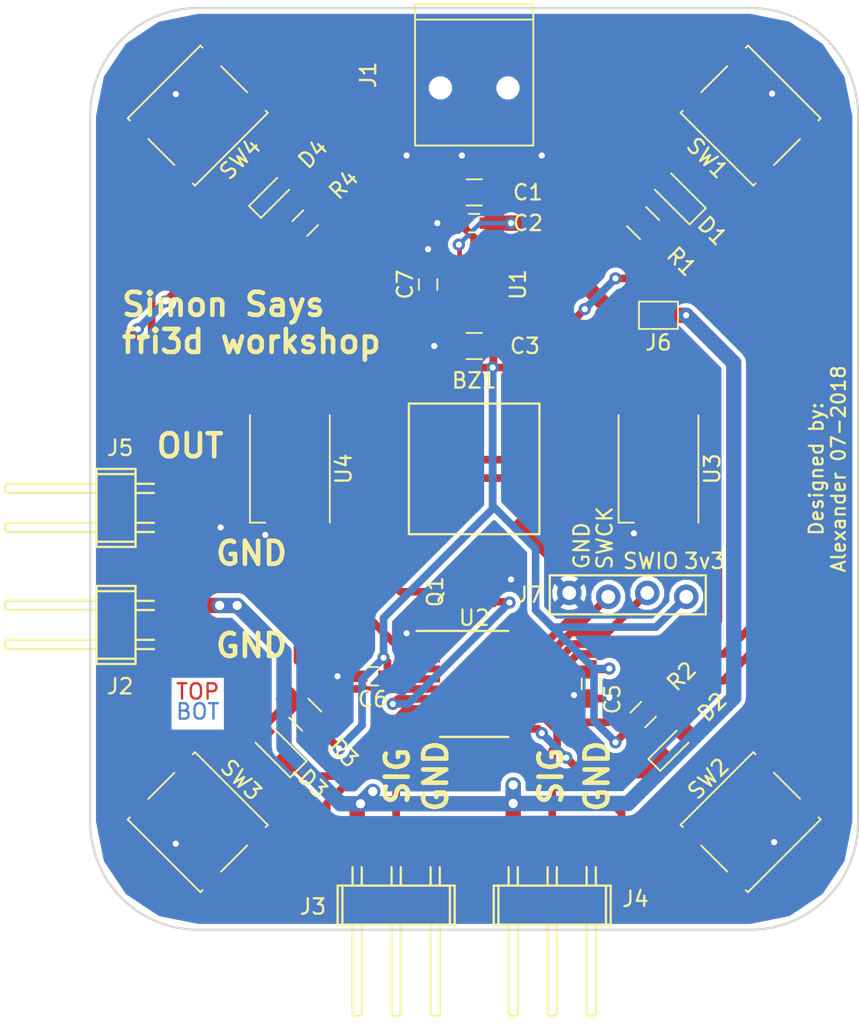
<source format=kicad_pcb>
(kicad_pcb (version 4) (host pcbnew 4.0.7)

  (general
    (links 76)
    (no_connects 3)
    (area 159.924999 59.924999 210.075001 120.075001)
    (thickness 1.6)
    (drawings 24)
    (tracks 333)
    (zones 0)
    (modules 31)
    (nets 27)
  )

  (page A4)
  (layers
    (0 F.Cu signal)
    (31 B.Cu signal)
    (32 B.Adhes user hide)
    (33 F.Adhes user hide)
    (34 B.Paste user hide)
    (35 F.Paste user hide)
    (36 B.SilkS user hide)
    (37 F.SilkS user)
    (38 B.Mask user hide)
    (39 F.Mask user hide)
    (40 Dwgs.User user hide)
    (41 Cmts.User user hide)
    (42 Eco1.User user hide)
    (43 Eco2.User user hide)
    (44 Edge.Cuts user)
    (45 Margin user hide)
    (46 B.CrtYd user hide)
    (47 F.CrtYd user)
    (48 B.Fab user hide)
    (49 F.Fab user)
  )

  (setup
    (last_trace_width 0.5)
    (user_trace_width 0.25)
    (user_trace_width 0.3)
    (user_trace_width 0.5)
    (user_trace_width 1)
    (user_trace_width 2)
    (user_trace_width 3)
    (trace_clearance 0.1499)
    (zone_clearance 0.3)
    (zone_45_only no)
    (trace_min 0.15)
    (segment_width 0.2)
    (edge_width 0.15)
    (via_size 0.8)
    (via_drill 0.4)
    (via_min_size 0.4)
    (via_min_drill 0.3)
    (user_via 0.8 0.4)
    (user_via 1 0.6)
    (uvia_size 0.3)
    (uvia_drill 0.1)
    (uvias_allowed no)
    (uvia_min_size 0.2)
    (uvia_min_drill 0.1)
    (pcb_text_width 0.3)
    (pcb_text_size 1.5 1.5)
    (mod_edge_width 0.15)
    (mod_text_size 1 1)
    (mod_text_width 0.15)
    (pad_size 1.524 1.524)
    (pad_drill 0.762)
    (pad_to_mask_clearance 0)
    (aux_axis_origin 0 0)
    (grid_origin 185 90)
    (visible_elements FFFFFF7F)
    (pcbplotparams
      (layerselection 0x010f0_80000001)
      (usegerberextensions false)
      (excludeedgelayer true)
      (linewidth 0.100000)
      (plotframeref false)
      (viasonmask false)
      (mode 1)
      (useauxorigin false)
      (hpglpennumber 1)
      (hpglpenspeed 20)
      (hpglpendiameter 15)
      (hpglpenoverlay 2)
      (psnegative false)
      (psa4output false)
      (plotreference true)
      (plotvalue true)
      (plotinvisibletext false)
      (padsonsilk false)
      (subtractmaskfromsilk false)
      (outputformat 1)
      (mirror false)
      (drillshape 0)
      (scaleselection 1)
      (outputdirectory fri3d-2018-workshop_gerber/))
  )

  (net 0 "")
  (net 1 Vusb)
  (net 2 GND)
  (net 3 3V3)
  (net 4 "Net-(C7-Pad1)")
  (net 5 "Net-(D1-Pad2)")
  (net 6 "Net-(D2-Pad2)")
  (net 7 "Net-(D3-Pad2)")
  (net 8 "Net-(D4-Pad2)")
  (net 9 "Net-(U3-Pad2)")
  (net 10 "Net-(BZ1-Pad2)")
  (net 11 /LedRD)
  (net 12 /LedLU)
  (net 13 /LedLD)
  (net 14 Vservo)
  (net 15 /Servo1)
  (net 16 /Servo2)
  (net 17 "Net-(J5-Pad1)")
  (net 18 /ButRU)
  (net 19 /ButRD)
  (net 20 /ButLU)
  (net 21 /ButLD)
  (net 22 /LedRU)
  (net 23 /SWDIO)
  (net 24 /SWCLK)
  (net 25 /Buzzer)
  (net 26 /WS2812)

  (net_class Default "Dit is de standaard class."
    (clearance 0.1499)
    (trace_width 0.15)
    (via_dia 0.8)
    (via_drill 0.4)
    (uvia_dia 0.3)
    (uvia_drill 0.1)
    (add_net /ButLD)
    (add_net /ButLU)
    (add_net /ButRD)
    (add_net /ButRU)
    (add_net /Buzzer)
    (add_net /LedLD)
    (add_net /LedLU)
    (add_net /LedRD)
    (add_net /LedRU)
    (add_net /SWCLK)
    (add_net /SWDIO)
    (add_net /Servo1)
    (add_net /Servo2)
    (add_net /WS2812)
    (add_net 3V3)
    (add_net GND)
    (add_net "Net-(BZ1-Pad2)")
    (add_net "Net-(C7-Pad1)")
    (add_net "Net-(D1-Pad2)")
    (add_net "Net-(D2-Pad2)")
    (add_net "Net-(D3-Pad2)")
    (add_net "Net-(D4-Pad2)")
    (add_net "Net-(J5-Pad1)")
    (add_net "Net-(U3-Pad2)")
    (add_net Vservo)
    (add_net Vusb)
  )

  (module USB_Mini-B_mod (layer F.Cu) (tedit 5B49EDDA) (tstamp 5B432472)
    (at 185 65 270)
    (descr "USB Mini-B 5-pin SMD connector")
    (tags "USB USB_B USB_Mini connector")
    (path /5B42E72D)
    (attr smd)
    (fp_text reference J1 (at -0.65 6.9 270) (layer F.SilkS)
      (effects (font (size 1 1) (thickness 0.15)))
    )
    (fp_text value USB_B (at -1 0 360) (layer F.Fab)
      (effects (font (size 1 1) (thickness 0.15)))
    )
    (fp_line (start -5.5 -5.7) (end 4.2 -5.7) (layer F.CrtYd) (width 0.05))
    (fp_line (start 4.2 -5.7) (end 4.2 5.7) (layer F.CrtYd) (width 0.05))
    (fp_line (start 4.2 5.7) (end -5.5 5.7) (layer F.CrtYd) (width 0.05))
    (fp_line (start -5.5 5.7) (end -5.5 -5.7) (layer F.CrtYd) (width 0.05))
    (fp_line (start -4.25 -3.85) (end -4.25 3.85) (layer F.SilkS) (width 0.12))
    (fp_line (start -5.25 -3.85) (end -5.25 3.85) (layer F.SilkS) (width 0.12))
    (fp_line (start -5.25 3.85) (end 3.95 3.85) (layer F.SilkS) (width 0.12))
    (fp_line (start 3.95 3.85) (end 3.95 -3.85) (layer F.SilkS) (width 0.12))
    (fp_line (start 3.95 -3.85) (end -5.25 -3.85) (layer F.SilkS) (width 0.12))
    (pad 1 smd rect (at 2.8 -1.6 270) (size 2.3 0.5) (layers F.Cu F.Paste F.Mask)
      (net 1 Vusb))
    (pad 2 smd rect (at 2.8 -0.8 270) (size 2.3 0.5) (layers F.Cu F.Paste F.Mask))
    (pad 3 smd rect (at 2.8 0 270) (size 2.3 0.5) (layers F.Cu F.Paste F.Mask))
    (pad 4 smd rect (at 2.8 0.8 270) (size 2.3 0.5) (layers F.Cu F.Paste F.Mask)
      (net 2 GND))
    (pad 5 smd rect (at 2.8 1.6 270) (size 2.3 0.5) (layers F.Cu F.Paste F.Mask))
    (pad 4 smd rect (at 2.7 -4.45 270) (size 2.5 2) (layers F.Cu F.Paste F.Mask)
      (net 2 GND))
    (pad 4 smd rect (at -2.8 -4.45 270) (size 2.5 2) (layers F.Cu F.Paste F.Mask)
      (net 2 GND))
    (pad 4 smd rect (at 2.7 4.45 270) (size 2.5 2) (layers F.Cu F.Paste F.Mask)
      (net 2 GND))
    (pad 4 smd rect (at -2.8 4.45 270) (size 2.5 2) (layers F.Cu F.Paste F.Mask)
      (net 2 GND))
    (pad "" np_thru_hole circle (at 0.2 -2.2 270) (size 0.9 0.9) (drill 0.9) (layers *.Cu *.Mask))
    (pad "" np_thru_hole circle (at 0.2 2.2 270) (size 0.9 0.9) (drill 0.9) (layers *.Cu *.Mask))
  )

  (module My_Footprints:Pin_Header_Angled_1x02_Pitch2.54mm (layer F.Cu) (tedit 5B770DDC) (tstamp 5B49E0CC)
    (at 165.95 100.16 270)
    (path /5B439253)
    (fp_text reference J2 (at 4 4 360) (layer F.SilkS)
      (effects (font (size 1 1) (thickness 0.15)))
    )
    (fp_text value Conn_01x02 (at 0 -4.4 270) (layer F.Fab) hide
      (effects (font (size 1 1) (thickness 0.15)))
    )
    (fp_line (start 2.8 11.8) (end 2.8 -1.8) (layer F.CrtYd) (width 0.05))
    (fp_line (start -2.8 11.8) (end 2.8 11.8) (layer F.CrtYd) (width 0.05))
    (fp_line (start -2.8 -1.8) (end -2.8 11.8) (layer F.CrtYd) (width 0.05))
    (fp_line (start 2.8 -1.8) (end -2.8 -1.8) (layer F.CrtYd) (width 0.05))
    (fp_line (start -2.2 3) (end -2.2 5.5) (layer F.SilkS) (width 0.15))
    (fp_line (start 2.2 3) (end 2.2 5.5) (layer F.SilkS) (width 0.15))
    (fp_line (start -1.57 3) (end -1.57 1.8) (layer F.SilkS) (width 0.15))
    (fp_line (start -0.97 3) (end -0.97 1.8) (layer F.SilkS) (width 0.15))
    (fp_line (start 1.57 3) (end 1.57 1.8) (layer F.SilkS) (width 0.15))
    (fp_line (start 0.97 3) (end 0.97 1.8) (layer F.SilkS) (width 0.15))
    (fp_line (start -1.47 11.5) (end -1.57 11.3) (layer F.SilkS) (width 0.15))
    (fp_line (start -1.07 11.5) (end -1.47 11.5) (layer F.SilkS) (width 0.15))
    (fp_line (start -0.97 11.3) (end -1.07 11.5) (layer F.SilkS) (width 0.15))
    (fp_line (start -1.57 11.3) (end -1.57 5.6) (layer F.SilkS) (width 0.15))
    (fp_line (start -0.97 5.6) (end -0.97 11.3) (layer F.SilkS) (width 0.15))
    (fp_line (start 1.57 11.3) (end 1.47 11.5) (layer F.SilkS) (width 0.15))
    (fp_line (start 0.97 11.3) (end 1.07 11.5) (layer F.SilkS) (width 0.15))
    (fp_line (start 1.07 11.5) (end 1.47 11.5) (layer F.SilkS) (width 0.15))
    (fp_line (start 1.57 11.3) (end 1.57 5.6) (layer F.SilkS) (width 0.15))
    (fp_line (start 0.97 5.6) (end 0.97 11.3) (layer F.SilkS) (width 0.15))
    (fp_line (start 2.54 5.54) (end 2.54 3) (layer F.SilkS) (width 0.15))
    (fp_line (start -2.54 5.54) (end 2.54 5.54) (layer F.SilkS) (width 0.15))
    (fp_line (start -2.54 3) (end -2.54 5.54) (layer F.SilkS) (width 0.15))
    (fp_line (start 2.54 3) (end -2.54 3) (layer F.SilkS) (width 0.15))
    (pad 1 smd rect (at -1.27 0 270) (size 1 3) (layers F.Cu F.Paste F.Mask)
      (net 14 Vservo))
    (pad 2 smd rect (at 1.27 0 270) (size 1 3) (layers F.Cu F.Paste F.Mask)
      (net 2 GND))
  )

  (module My_Footprints:SOT23-5 (layer F.Cu) (tedit 5B49E7D4) (tstamp 5B4324A0)
    (at 185 78 270)
    (path /5B4291FB)
    (fp_text reference U1 (at 0 -2.85 270) (layer F.SilkS)
      (effects (font (size 1 1) (thickness 0.15)))
    )
    (fp_text value RT9193-33 (at 0 -2.5 360) (layer F.Fab)
      (effects (font (size 1 1) (thickness 0.15)))
    )
    (fp_line (start -2 1.4) (end -2 -1.4) (layer F.CrtYd) (width 0.05))
    (fp_line (start 2 1.4) (end -2 1.4) (layer F.CrtYd) (width 0.05))
    (fp_line (start 2 -1.4) (end 2 1.4) (layer F.CrtYd) (width 0.05))
    (fp_line (start -2 -1.4) (end 2 -1.4) (layer F.CrtYd) (width 0.05))
    (pad 1 smd rect (at -1.35 -0.95 270) (size 1.05 0.6) (layers F.Cu F.Paste F.Mask)
      (net 1 Vusb))
    (pad 2 smd rect (at -1.35 0 270) (size 1.05 0.6) (layers F.Cu F.Paste F.Mask)
      (net 2 GND))
    (pad 3 smd rect (at -1.35 0.95 270) (size 1.05 0.6) (layers F.Cu F.Paste F.Mask)
      (net 1 Vusb))
    (pad 4 smd rect (at 1.35 0.95 270) (size 1.05 0.6) (layers F.Cu F.Paste F.Mask)
      (net 4 "Net-(C7-Pad1)"))
    (pad 5 smd rect (at 1.35 -0.9 270) (size 1.05 0.6) (layers F.Cu F.Paste F.Mask)
      (net 3 3V3))
  )

  (module My_Footprints:SOT-323 (layer F.Cu) (tedit 5B49E79E) (tstamp 5B43247F)
    (at 185 98 90)
    (path /5B42FF7E)
    (fp_text reference Q1 (at 0 -2.54 90) (layer F.SilkS)
      (effects (font (size 1 1) (thickness 0.15)))
    )
    (fp_text value DMG1012UW (at 1 0 180) (layer F.Fab)
      (effects (font (size 1 1) (thickness 0.15)))
    )
    (fp_line (start -1.2 1.6) (end -1.2 -1.6) (layer F.CrtYd) (width 0.05))
    (fp_line (start 1.2 1.6) (end -1.2 1.6) (layer F.CrtYd) (width 0.05))
    (fp_line (start 1.2 -1.6) (end 1.2 1.6) (layer F.CrtYd) (width 0.05))
    (fp_line (start -1.2 -1.6) (end 1.2 -1.6) (layer F.CrtYd) (width 0.05))
    (pad 1 smd rect (at 0 -0.95 90) (size 0.7 0.9) (layers F.Cu F.Paste F.Mask)
      (net 10 "Net-(BZ1-Pad2)"))
    (pad 3 smd rect (at 0.65 0.95 90) (size 0.7 0.9) (layers F.Cu F.Paste F.Mask)
      (net 2 GND))
    (pad 2 smd rect (at -0.65 0.95 90) (size 0.7 0.9) (layers F.Cu F.Paste F.Mask)
      (net 25 /Buzzer))
  )

  (module Buttons_Switches_SMD:SW_SPST_EVQQ2 (layer F.Cu) (tedit 5B770E05) (tstamp 5B49E100)
    (at 167 67 225)
    (descr "Light Touch Switch, https://industrial.panasonic.com/cdbs/www-data/pdf/ATK0000/ATK0000CE28.pdf")
    (path /5B4219B2)
    (attr smd)
    (fp_text reference SW4 (at 0.05 -3.95 225) (layer F.SilkS)
      (effects (font (size 1 1) (thickness 0.15)))
    )
    (fp_text value SW_SPST (at 0 4.25 225) (layer F.Fab) hide
      (effects (font (size 1 1) (thickness 0.15)))
    )
    (fp_line (start -3.25 -3) (end 3.25 -3) (layer F.Fab) (width 0.1))
    (fp_line (start 3.25 -3) (end 3.25 3) (layer F.Fab) (width 0.1))
    (fp_line (start 3.25 3) (end -3.25 3) (layer F.Fab) (width 0.1))
    (fp_line (start -3.25 3) (end -3.25 -3) (layer F.Fab) (width 0.1))
    (fp_text user %R (at 0.05 -3.95 225) (layer F.Fab) hide
      (effects (font (size 1 1) (thickness 0.15)))
    )
    (fp_line (start -5.25 -3.25) (end 5.25 -3.25) (layer F.CrtYd) (width 0.05))
    (fp_line (start 5.25 -3.25) (end 5.25 3.25) (layer F.CrtYd) (width 0.05))
    (fp_line (start 5.25 3.25) (end -5.25 3.25) (layer F.CrtYd) (width 0.05))
    (fp_line (start -5.25 3.25) (end -5.25 -3.25) (layer F.CrtYd) (width 0.05))
    (fp_line (start 3.35 -3.1) (end 3.35 -2.9) (layer F.SilkS) (width 0.12))
    (fp_line (start 3.35 3.1) (end 3.35 2.9) (layer F.SilkS) (width 0.12))
    (fp_line (start -3.35 3.1) (end -3.35 2.9) (layer F.SilkS) (width 0.12))
    (fp_line (start -3.35 -3.1) (end -3.35 -2.9) (layer F.SilkS) (width 0.12))
    (fp_line (start -3.35 -1.2) (end -3.35 1.2) (layer F.SilkS) (width 0.12))
    (fp_line (start 3.35 -1.2) (end 3.35 1.2) (layer F.SilkS) (width 0.12))
    (fp_line (start 3.35 -3.1) (end -3.35 -3.1) (layer F.SilkS) (width 0.12))
    (fp_line (start -3.35 3.1) (end 3.35 3.1) (layer F.SilkS) (width 0.12))
    (fp_circle (center 0 0) (end 1.9 0) (layer F.Fab) (width 0.1))
    (fp_circle (center 0 0) (end 1.5 0) (layer F.Fab) (width 0.1))
    (pad 1 smd rect (at 3.4 -2 225) (size 3.2 1) (layers F.Cu F.Paste F.Mask)
      (net 20 /ButLU))
    (pad 1 smd rect (at -3.4 -2 225) (size 3.2 1) (layers F.Cu F.Paste F.Mask)
      (net 20 /ButLU))
    (pad 2 smd rect (at -3.4 2 225) (size 3.2 1) (layers F.Cu F.Paste F.Mask)
      (net 2 GND))
    (pad 2 smd rect (at 3.4 2 225) (size 3.2 1) (layers F.Cu F.Paste F.Mask)
      (net 2 GND))
    (model Buttons_Switches_SMD.3dshapes\SW_SPST_EVQQ2.wrl
      (at (xyz 0 0 0))
      (scale (xyz 1 1 1))
      (rotate (xyz 0 0 0))
    )
  )

  (module Buttons_Switches_SMD:SW_SPST_EVQQ2 (layer F.Cu) (tedit 5B770E86) (tstamp 5B49E0F8)
    (at 167 113 315)
    (descr "Light Touch Switch, https://industrial.panasonic.com/cdbs/www-data/pdf/ATK0000/ATK0000CE28.pdf")
    (path /5B4219A5)
    (attr smd)
    (fp_text reference SW3 (at 0.05 -3.95 315) (layer F.SilkS)
      (effects (font (size 1 1) (thickness 0.15)))
    )
    (fp_text value SW_SPST (at 0 4.25 315) (layer F.Fab) hide
      (effects (font (size 1 1) (thickness 0.15)))
    )
    (fp_line (start -3.25 -3) (end 3.25 -3) (layer F.Fab) (width 0.1))
    (fp_line (start 3.25 -3) (end 3.25 3) (layer F.Fab) (width 0.1))
    (fp_line (start 3.25 3) (end -3.25 3) (layer F.Fab) (width 0.1))
    (fp_line (start -3.25 3) (end -3.25 -3) (layer F.Fab) (width 0.1))
    (fp_text user %R (at 0.05 -3.95 315) (layer F.Fab) hide
      (effects (font (size 1 1) (thickness 0.15)))
    )
    (fp_line (start -5.25 -3.25) (end 5.25 -3.25) (layer F.CrtYd) (width 0.05))
    (fp_line (start 5.25 -3.25) (end 5.25 3.25) (layer F.CrtYd) (width 0.05))
    (fp_line (start 5.25 3.25) (end -5.25 3.25) (layer F.CrtYd) (width 0.05))
    (fp_line (start -5.25 3.25) (end -5.25 -3.25) (layer F.CrtYd) (width 0.05))
    (fp_line (start 3.35 -3.1) (end 3.35 -2.9) (layer F.SilkS) (width 0.12))
    (fp_line (start 3.35 3.1) (end 3.35 2.9) (layer F.SilkS) (width 0.12))
    (fp_line (start -3.35 3.1) (end -3.35 2.9) (layer F.SilkS) (width 0.12))
    (fp_line (start -3.35 -3.1) (end -3.35 -2.9) (layer F.SilkS) (width 0.12))
    (fp_line (start -3.35 -1.2) (end -3.35 1.2) (layer F.SilkS) (width 0.12))
    (fp_line (start 3.35 -1.2) (end 3.35 1.2) (layer F.SilkS) (width 0.12))
    (fp_line (start 3.35 -3.1) (end -3.35 -3.1) (layer F.SilkS) (width 0.12))
    (fp_line (start -3.35 3.1) (end 3.35 3.1) (layer F.SilkS) (width 0.12))
    (fp_circle (center 0 0) (end 1.9 0) (layer F.Fab) (width 0.1))
    (fp_circle (center 0 0) (end 1.5 0) (layer F.Fab) (width 0.1))
    (pad 1 smd rect (at 3.4 -2 315) (size 3.2 1) (layers F.Cu F.Paste F.Mask)
      (net 21 /ButLD))
    (pad 1 smd rect (at -3.4 -2 315) (size 3.2 1) (layers F.Cu F.Paste F.Mask)
      (net 21 /ButLD))
    (pad 2 smd rect (at -3.4 2 315) (size 3.2 1) (layers F.Cu F.Paste F.Mask)
      (net 2 GND))
    (pad 2 smd rect (at 3.4 2 315) (size 3.2 1) (layers F.Cu F.Paste F.Mask)
      (net 2 GND))
    (model Buttons_Switches_SMD.3dshapes\SW_SPST_EVQQ2.wrl
      (at (xyz 0 0 0))
      (scale (xyz 1 1 1))
      (rotate (xyz 0 0 0))
    )
  )

  (module Buttons_Switches_SMD:SW_SPST_EVQQ2 (layer F.Cu) (tedit 5B770E82) (tstamp 5B49E0F0)
    (at 203 113 45)
    (descr "Light Touch Switch, https://industrial.panasonic.com/cdbs/www-data/pdf/ATK0000/ATK0000CE28.pdf")
    (path /5B421998)
    (attr smd)
    (fp_text reference SW2 (at 0.05 -3.95 45) (layer F.SilkS)
      (effects (font (size 1 1) (thickness 0.15)))
    )
    (fp_text value SW_SPST (at 0 4.25 45) (layer F.Fab) hide
      (effects (font (size 1 1) (thickness 0.15)))
    )
    (fp_line (start -3.25 -3) (end 3.25 -3) (layer F.Fab) (width 0.1))
    (fp_line (start 3.25 -3) (end 3.25 3) (layer F.Fab) (width 0.1))
    (fp_line (start 3.25 3) (end -3.25 3) (layer F.Fab) (width 0.1))
    (fp_line (start -3.25 3) (end -3.25 -3) (layer F.Fab) (width 0.1))
    (fp_text user %R (at 0.05 -3.95 45) (layer F.Fab) hide
      (effects (font (size 1 1) (thickness 0.15)))
    )
    (fp_line (start -5.25 -3.25) (end 5.25 -3.25) (layer F.CrtYd) (width 0.05))
    (fp_line (start 5.25 -3.25) (end 5.25 3.25) (layer F.CrtYd) (width 0.05))
    (fp_line (start 5.25 3.25) (end -5.25 3.25) (layer F.CrtYd) (width 0.05))
    (fp_line (start -5.25 3.25) (end -5.25 -3.25) (layer F.CrtYd) (width 0.05))
    (fp_line (start 3.35 -3.1) (end 3.35 -2.9) (layer F.SilkS) (width 0.12))
    (fp_line (start 3.35 3.1) (end 3.35 2.9) (layer F.SilkS) (width 0.12))
    (fp_line (start -3.35 3.1) (end -3.35 2.9) (layer F.SilkS) (width 0.12))
    (fp_line (start -3.35 -3.1) (end -3.35 -2.9) (layer F.SilkS) (width 0.12))
    (fp_line (start -3.35 -1.2) (end -3.35 1.2) (layer F.SilkS) (width 0.12))
    (fp_line (start 3.35 -1.2) (end 3.35 1.2) (layer F.SilkS) (width 0.12))
    (fp_line (start 3.35 -3.1) (end -3.35 -3.1) (layer F.SilkS) (width 0.12))
    (fp_line (start -3.35 3.1) (end 3.35 3.1) (layer F.SilkS) (width 0.12))
    (fp_circle (center 0 0) (end 1.9 0) (layer F.Fab) (width 0.1))
    (fp_circle (center 0 0) (end 1.5 0) (layer F.Fab) (width 0.1))
    (pad 1 smd rect (at 3.4 -2 45) (size 3.2 1) (layers F.Cu F.Paste F.Mask)
      (net 19 /ButRD))
    (pad 1 smd rect (at -3.4 -2 45) (size 3.2 1) (layers F.Cu F.Paste F.Mask)
      (net 19 /ButRD))
    (pad 2 smd rect (at -3.4 2 45) (size 3.2 1) (layers F.Cu F.Paste F.Mask)
      (net 2 GND))
    (pad 2 smd rect (at 3.4 2 45) (size 3.2 1) (layers F.Cu F.Paste F.Mask)
      (net 2 GND))
    (model Buttons_Switches_SMD.3dshapes\SW_SPST_EVQQ2.wrl
      (at (xyz 0 0 0))
      (scale (xyz 1 1 1))
      (rotate (xyz 0 0 0))
    )
  )

  (module Buttons_Switches_SMD:SW_SPST_EVQQ2 (layer F.Cu) (tedit 5B770E08) (tstamp 5B49E0E8)
    (at 203 67 135)
    (descr "Light Touch Switch, https://industrial.panasonic.com/cdbs/www-data/pdf/ATK0000/ATK0000CE28.pdf")
    (path /5B42198B)
    (attr smd)
    (fp_text reference SW1 (at 0.05 -3.95 135) (layer F.SilkS)
      (effects (font (size 1 1) (thickness 0.15)))
    )
    (fp_text value SW_SPST (at 0 4.25 135) (layer F.Fab) hide
      (effects (font (size 1 1) (thickness 0.15)))
    )
    (fp_line (start -3.25 -3) (end 3.25 -3) (layer F.Fab) (width 0.1))
    (fp_line (start 3.25 -3) (end 3.25 3) (layer F.Fab) (width 0.1))
    (fp_line (start 3.25 3) (end -3.25 3) (layer F.Fab) (width 0.1))
    (fp_line (start -3.25 3) (end -3.25 -3) (layer F.Fab) (width 0.1))
    (fp_text user %R (at 0.05 -3.95 135) (layer F.Fab) hide
      (effects (font (size 1 1) (thickness 0.15)))
    )
    (fp_line (start -5.25 -3.25) (end 5.25 -3.25) (layer F.CrtYd) (width 0.05))
    (fp_line (start 5.25 -3.25) (end 5.25 3.25) (layer F.CrtYd) (width 0.05))
    (fp_line (start 5.25 3.25) (end -5.25 3.25) (layer F.CrtYd) (width 0.05))
    (fp_line (start -5.25 3.25) (end -5.25 -3.25) (layer F.CrtYd) (width 0.05))
    (fp_line (start 3.35 -3.1) (end 3.35 -2.9) (layer F.SilkS) (width 0.12))
    (fp_line (start 3.35 3.1) (end 3.35 2.9) (layer F.SilkS) (width 0.12))
    (fp_line (start -3.35 3.1) (end -3.35 2.9) (layer F.SilkS) (width 0.12))
    (fp_line (start -3.35 -3.1) (end -3.35 -2.9) (layer F.SilkS) (width 0.12))
    (fp_line (start -3.35 -1.2) (end -3.35 1.2) (layer F.SilkS) (width 0.12))
    (fp_line (start 3.35 -1.2) (end 3.35 1.2) (layer F.SilkS) (width 0.12))
    (fp_line (start 3.35 -3.1) (end -3.35 -3.1) (layer F.SilkS) (width 0.12))
    (fp_line (start -3.35 3.1) (end 3.35 3.1) (layer F.SilkS) (width 0.12))
    (fp_circle (center 0 0) (end 1.9 0) (layer F.Fab) (width 0.1))
    (fp_circle (center 0 0) (end 1.5 0) (layer F.Fab) (width 0.1))
    (pad 1 smd rect (at 3.4 -2 135) (size 3.2 1) (layers F.Cu F.Paste F.Mask)
      (net 18 /ButRU))
    (pad 1 smd rect (at -3.4 -2 135) (size 3.2 1) (layers F.Cu F.Paste F.Mask)
      (net 18 /ButRU))
    (pad 2 smd rect (at -3.4 2 135) (size 3.2 1) (layers F.Cu F.Paste F.Mask)
      (net 2 GND))
    (pad 2 smd rect (at 3.4 2 135) (size 3.2 1) (layers F.Cu F.Paste F.Mask)
      (net 2 GND))
    (model Buttons_Switches_SMD.3dshapes\SW_SPST_EVQQ2.wrl
      (at (xyz 0 0 0))
      (scale (xyz 1 1 1))
      (rotate (xyz 0 0 0))
    )
  )

  (module My_Footprints:Pin_Header_Angled_1x02_Pitch2.54mm (layer F.Cu) (tedit 5B770DD8) (tstamp 5B49E0E0)
    (at 165.95 92.54 270)
    (path /5B43DF4D)
    (fp_text reference J5 (at -3.9 4 360) (layer F.SilkS)
      (effects (font (size 1 1) (thickness 0.15)))
    )
    (fp_text value Conn_01x02 (at 0 -4.4 270) (layer F.Fab) hide
      (effects (font (size 1 1) (thickness 0.15)))
    )
    (fp_line (start 2.8 11.8) (end 2.8 -1.8) (layer F.CrtYd) (width 0.05))
    (fp_line (start -2.8 11.8) (end 2.8 11.8) (layer F.CrtYd) (width 0.05))
    (fp_line (start -2.8 -1.8) (end -2.8 11.8) (layer F.CrtYd) (width 0.05))
    (fp_line (start 2.8 -1.8) (end -2.8 -1.8) (layer F.CrtYd) (width 0.05))
    (fp_line (start -2.2 3) (end -2.2 5.5) (layer F.SilkS) (width 0.15))
    (fp_line (start 2.2 3) (end 2.2 5.5) (layer F.SilkS) (width 0.15))
    (fp_line (start -1.57 3) (end -1.57 1.8) (layer F.SilkS) (width 0.15))
    (fp_line (start -0.97 3) (end -0.97 1.8) (layer F.SilkS) (width 0.15))
    (fp_line (start 1.57 3) (end 1.57 1.8) (layer F.SilkS) (width 0.15))
    (fp_line (start 0.97 3) (end 0.97 1.8) (layer F.SilkS) (width 0.15))
    (fp_line (start -1.47 11.5) (end -1.57 11.3) (layer F.SilkS) (width 0.15))
    (fp_line (start -1.07 11.5) (end -1.47 11.5) (layer F.SilkS) (width 0.15))
    (fp_line (start -0.97 11.3) (end -1.07 11.5) (layer F.SilkS) (width 0.15))
    (fp_line (start -1.57 11.3) (end -1.57 5.6) (layer F.SilkS) (width 0.15))
    (fp_line (start -0.97 5.6) (end -0.97 11.3) (layer F.SilkS) (width 0.15))
    (fp_line (start 1.57 11.3) (end 1.47 11.5) (layer F.SilkS) (width 0.15))
    (fp_line (start 0.97 11.3) (end 1.07 11.5) (layer F.SilkS) (width 0.15))
    (fp_line (start 1.07 11.5) (end 1.47 11.5) (layer F.SilkS) (width 0.15))
    (fp_line (start 1.57 11.3) (end 1.57 5.6) (layer F.SilkS) (width 0.15))
    (fp_line (start 0.97 5.6) (end 0.97 11.3) (layer F.SilkS) (width 0.15))
    (fp_line (start 2.54 5.54) (end 2.54 3) (layer F.SilkS) (width 0.15))
    (fp_line (start -2.54 5.54) (end 2.54 5.54) (layer F.SilkS) (width 0.15))
    (fp_line (start -2.54 3) (end -2.54 5.54) (layer F.SilkS) (width 0.15))
    (fp_line (start 2.54 3) (end -2.54 3) (layer F.SilkS) (width 0.15))
    (pad 1 smd rect (at -1.27 0 270) (size 1 3) (layers F.Cu F.Paste F.Mask)
      (net 17 "Net-(J5-Pad1)"))
    (pad 2 smd rect (at 1.27 0 270) (size 1 3) (layers F.Cu F.Paste F.Mask)
      (net 2 GND))
  )

  (module My_Footprints:Pin_Header_Angled_1x03_Pitch2.54mm (layer F.Cu) (tedit 5B770E88) (tstamp 5B49E0D3)
    (at 179.92 114.13)
    (path /5B41322A)
    (fp_text reference J3 (at -5.42 4.37) (layer F.SilkS)
      (effects (font (size 1 1) (thickness 0.15)))
    )
    (fp_text value Conn_01x03_m (at 0 -4.4) (layer F.Fab) hide
      (effects (font (size 1 1) (thickness 0.15)))
    )
    (fp_line (start -4 12) (end -4 -1.8) (layer F.CrtYd) (width 0.05))
    (fp_line (start 4 12) (end -4 12) (layer F.CrtYd) (width 0.05))
    (fp_line (start 4 -1.8) (end 4 12) (layer F.CrtYd) (width 0.05))
    (fp_line (start -4 -1.8) (end 4 -1.8) (layer F.CrtYd) (width 0.05))
    (fp_line (start 2.74 11.5) (end 2.84 11.3) (layer F.SilkS) (width 0.15))
    (fp_line (start 2.34 11.5) (end 2.74 11.5) (layer F.SilkS) (width 0.15))
    (fp_line (start 2.24 11.3) (end 2.34 11.5) (layer F.SilkS) (width 0.15))
    (fp_line (start 2.84 5.6) (end 2.84 11.3) (layer F.SilkS) (width 0.15))
    (fp_line (start 2.24 5.6) (end 2.24 11.3) (layer F.SilkS) (width 0.15))
    (fp_line (start 2.84 1.8) (end 2.84 3) (layer F.SilkS) (width 0.15))
    (fp_line (start 2.24 1.8) (end 2.24 3) (layer F.SilkS) (width 0.15))
    (fp_line (start -3.5 3) (end -3.5 5.5) (layer F.SilkS) (width 0.15))
    (fp_line (start 3.5 3) (end 3.5 5.5) (layer F.SilkS) (width 0.15))
    (fp_line (start -2.84 3) (end -2.84 1.8) (layer F.SilkS) (width 0.15))
    (fp_line (start -2.24 3) (end -2.24 1.8) (layer F.SilkS) (width 0.15))
    (fp_line (start 0.3 3) (end 0.3 1.8) (layer F.SilkS) (width 0.15))
    (fp_line (start -0.3 3) (end -0.3 1.8) (layer F.SilkS) (width 0.15))
    (fp_line (start -2.74 11.5) (end -2.84 11.3) (layer F.SilkS) (width 0.15))
    (fp_line (start -2.34 11.5) (end -2.74 11.5) (layer F.SilkS) (width 0.15))
    (fp_line (start -2.24 11.3) (end -2.34 11.5) (layer F.SilkS) (width 0.15))
    (fp_line (start -2.84 11.3) (end -2.84 5.6) (layer F.SilkS) (width 0.15))
    (fp_line (start -2.24 5.6) (end -2.24 11.3) (layer F.SilkS) (width 0.15))
    (fp_line (start 0.3 11.3) (end 0.2 11.5) (layer F.SilkS) (width 0.15))
    (fp_line (start -0.3 11.3) (end -0.2 11.5) (layer F.SilkS) (width 0.15))
    (fp_line (start -0.2 11.5) (end 0.2 11.5) (layer F.SilkS) (width 0.15))
    (fp_line (start 0.3 11.3) (end 0.3 5.6) (layer F.SilkS) (width 0.15))
    (fp_line (start -0.3 5.6) (end -0.3 11.3) (layer F.SilkS) (width 0.15))
    (fp_line (start 3.81 5.54) (end 3.81 3) (layer F.SilkS) (width 0.15))
    (fp_line (start -3.81 5.54) (end 3.81 5.54) (layer F.SilkS) (width 0.15))
    (fp_line (start -3.81 3) (end -3.81 5.54) (layer F.SilkS) (width 0.15))
    (fp_line (start 3.81 3) (end -3.81 3) (layer F.SilkS) (width 0.15))
    (pad 1 smd rect (at -2.54 0) (size 1 3) (layers F.Cu F.Paste F.Mask)
      (net 14 Vservo))
    (pad 2 smd rect (at 0 0) (size 1 3) (layers F.Cu F.Paste F.Mask)
      (net 15 /Servo1))
    (pad 3 smd rect (at 2.54 0) (size 1 3) (layers F.Cu F.Paste F.Mask)
      (net 2 GND))
  )

  (module My_Footprints:SMD-buzzer-8.5x8.5 (layer F.Cu) (tedit 5B770DE8) (tstamp 5B49E0C6)
    (at 185 90)
    (path /5B4251A7)
    (fp_text reference BZ1 (at 0 -5.75) (layer F.SilkS)
      (effects (font (size 1 1) (thickness 0.15)))
    )
    (fp_text value Buzzer (at 0 -5) (layer F.Fab)
      (effects (font (size 1 1) (thickness 0.15)))
    )
    (fp_text user "Not for reflow!" (at 0 -8) (layer F.Fab) hide
      (effects (font (size 1 1) (thickness 0.15)))
    )
    (fp_line (start -4.25 4.25) (end -4.25 -4.25) (layer F.Fab) (width 0.15))
    (fp_line (start 4.25 4.25) (end -4.25 4.25) (layer F.Fab) (width 0.15))
    (fp_line (start 4.25 -4.25) (end 4.25 4.25) (layer F.Fab) (width 0.15))
    (fp_line (start -4.25 -4.25) (end 4.25 -4.25) (layer F.Fab) (width 0.15))
    (fp_line (start 4.75 -4.75) (end -4.75 -4.75) (layer F.CrtYd) (width 0.15))
    (fp_line (start 4.75 4.75) (end 4.75 -4.75) (layer F.CrtYd) (width 0.15))
    (fp_line (start -4.75 4.75) (end 4.75 4.75) (layer F.CrtYd) (width 0.15))
    (fp_line (start -4.75 -4.75) (end -4.75 4.75) (layer F.CrtYd) (width 0.15))
    (fp_line (start 4.25 -4.25) (end -4.25 -4.25) (layer F.SilkS) (width 0.15))
    (fp_line (start 4.25 4.25) (end 4.25 -4.25) (layer F.SilkS) (width 0.15))
    (fp_line (start -4.25 4.25) (end 4.25 4.25) (layer F.SilkS) (width 0.15))
    (fp_line (start -4.25 -4.25) (end -4.25 4.25) (layer F.SilkS) (width 0.15))
    (pad 1 smd rect (at -4.25 -4.25 45) (size 1.75 3.5) (layers F.Cu F.Paste F.Mask)
      (net 3 3V3))
    (pad 2 smd rect (at -4.25 4.25 45) (size 3.5 1.75) (layers F.Cu F.Paste F.Mask)
      (net 10 "Net-(BZ1-Pad2)"))
    (pad 3 smd rect (at 4.25 4.25 45) (size 1.75 3.5) (layers F.Cu F.Paste F.Mask))
  )

  (module LEDs:LED_WS2812B-PLCC4 (layer F.Cu) (tedit 587A6D9E) (tstamp 5B4324C8)
    (at 173 90 270)
    (descr http://www.world-semi.com/uploads/soft/150522/1-150522091P5.pdf)
    (tags "LED NeoPixel")
    (path /5B425BF9)
    (attr smd)
    (fp_text reference U4 (at 0 -3.5 270) (layer F.SilkS)
      (effects (font (size 1 1) (thickness 0.15)))
    )
    (fp_text value WS2812B (at -4 0 360) (layer F.Fab)
      (effects (font (size 1 1) (thickness 0.15)))
    )
    (fp_line (start 3.75 -2.85) (end -3.75 -2.85) (layer F.CrtYd) (width 0.05))
    (fp_line (start 3.75 2.85) (end 3.75 -2.85) (layer F.CrtYd) (width 0.05))
    (fp_line (start -3.75 2.85) (end 3.75 2.85) (layer F.CrtYd) (width 0.05))
    (fp_line (start -3.75 -2.85) (end -3.75 2.85) (layer F.CrtYd) (width 0.05))
    (fp_line (start 2.5 1.5) (end 1.5 2.5) (layer F.Fab) (width 0.1))
    (fp_line (start -2.5 -2.5) (end -2.5 2.5) (layer F.Fab) (width 0.1))
    (fp_line (start -2.5 2.5) (end 2.5 2.5) (layer F.Fab) (width 0.1))
    (fp_line (start 2.5 2.5) (end 2.5 -2.5) (layer F.Fab) (width 0.1))
    (fp_line (start 2.5 -2.5) (end -2.5 -2.5) (layer F.Fab) (width 0.1))
    (fp_line (start -3.5 -2.6) (end 3.5 -2.6) (layer F.SilkS) (width 0.12))
    (fp_line (start -3.5 2.6) (end 3.5 2.6) (layer F.SilkS) (width 0.12))
    (fp_line (start 3.5 2.6) (end 3.5 1.6) (layer F.SilkS) (width 0.12))
    (fp_circle (center 0 0) (end 0 -2) (layer F.Fab) (width 0.1))
    (pad 3 smd rect (at 2.5 1.6 270) (size 1.6 1) (layers F.Cu F.Paste F.Mask)
      (net 2 GND))
    (pad 4 smd rect (at 2.5 -1.6 270) (size 1.6 1) (layers F.Cu F.Paste F.Mask)
      (net 9 "Net-(U3-Pad2)"))
    (pad 2 smd rect (at -2.5 1.6 270) (size 1.6 1) (layers F.Cu F.Paste F.Mask)
      (net 17 "Net-(J5-Pad1)"))
    (pad 1 smd rect (at -2.5 -1.6 270) (size 1.6 1) (layers F.Cu F.Paste F.Mask)
      (net 1 Vusb))
    (model ${KISYS3DMOD}/LEDs.3dshapes/LED_WS2812B-PLCC4.wrl
      (at (xyz 0 0 0))
      (scale (xyz 0.39 0.39 0.39))
      (rotate (xyz 0 0 180))
    )
  )

  (module LEDs:LED_WS2812B-PLCC4 (layer F.Cu) (tedit 587A6D9E) (tstamp 5B4324C0)
    (at 197 90 270)
    (descr http://www.world-semi.com/uploads/soft/150522/1-150522091P5.pdf)
    (tags "LED NeoPixel")
    (path /5B425D43)
    (attr smd)
    (fp_text reference U3 (at 0 -3.5 270) (layer F.SilkS)
      (effects (font (size 1 1) (thickness 0.15)))
    )
    (fp_text value WS2812B (at -4 0 360) (layer F.Fab)
      (effects (font (size 1 1) (thickness 0.15)))
    )
    (fp_line (start 3.75 -2.85) (end -3.75 -2.85) (layer F.CrtYd) (width 0.05))
    (fp_line (start 3.75 2.85) (end 3.75 -2.85) (layer F.CrtYd) (width 0.05))
    (fp_line (start -3.75 2.85) (end 3.75 2.85) (layer F.CrtYd) (width 0.05))
    (fp_line (start -3.75 -2.85) (end -3.75 2.85) (layer F.CrtYd) (width 0.05))
    (fp_line (start 2.5 1.5) (end 1.5 2.5) (layer F.Fab) (width 0.1))
    (fp_line (start -2.5 -2.5) (end -2.5 2.5) (layer F.Fab) (width 0.1))
    (fp_line (start -2.5 2.5) (end 2.5 2.5) (layer F.Fab) (width 0.1))
    (fp_line (start 2.5 2.5) (end 2.5 -2.5) (layer F.Fab) (width 0.1))
    (fp_line (start 2.5 -2.5) (end -2.5 -2.5) (layer F.Fab) (width 0.1))
    (fp_line (start -3.5 -2.6) (end 3.5 -2.6) (layer F.SilkS) (width 0.12))
    (fp_line (start -3.5 2.6) (end 3.5 2.6) (layer F.SilkS) (width 0.12))
    (fp_line (start 3.5 2.6) (end 3.5 1.6) (layer F.SilkS) (width 0.12))
    (fp_circle (center 0 0) (end 0 -2) (layer F.Fab) (width 0.1))
    (pad 3 smd rect (at 2.5 1.6 270) (size 1.6 1) (layers F.Cu F.Paste F.Mask)
      (net 2 GND))
    (pad 4 smd rect (at 2.5 -1.6 270) (size 1.6 1) (layers F.Cu F.Paste F.Mask)
      (net 26 /WS2812))
    (pad 2 smd rect (at -2.5 1.6 270) (size 1.6 1) (layers F.Cu F.Paste F.Mask)
      (net 9 "Net-(U3-Pad2)"))
    (pad 1 smd rect (at -2.5 -1.6 270) (size 1.6 1) (layers F.Cu F.Paste F.Mask)
      (net 1 Vusb))
    (model ${KISYS3DMOD}/LEDs.3dshapes/LED_WS2812B-PLCC4.wrl
      (at (xyz 0 0 0))
      (scale (xyz 0.39 0.39 0.39))
      (rotate (xyz 0 0 180))
    )
  )

  (module Housings_SSOP:TSSOP-20_4.4x6.5mm_Pitch0.65mm (layer F.Cu) (tedit 5B770F02) (tstamp 5B4324B8)
    (at 185 104)
    (descr "20-Lead Plastic Thin Shrink Small Outline (ST)-4.4 mm Body [TSSOP] (see Microchip Packaging Specification 00000049BS.pdf)")
    (tags "SSOP 0.65")
    (path /5B409F81)
    (attr smd)
    (fp_text reference U2 (at 0 -4.3) (layer F.SilkS)
      (effects (font (size 1 1) (thickness 0.15)))
    )
    (fp_text value STM32F030F4Px (at 0 -4) (layer F.Fab)
      (effects (font (size 1 1) (thickness 0.15)))
    )
    (fp_line (start -1.2 -3.25) (end 2.2 -3.25) (layer F.Fab) (width 0.15))
    (fp_line (start 2.2 -3.25) (end 2.2 3.25) (layer F.Fab) (width 0.15))
    (fp_line (start 2.2 3.25) (end -2.2 3.25) (layer F.Fab) (width 0.15))
    (fp_line (start -2.2 3.25) (end -2.2 -2.25) (layer F.Fab) (width 0.15))
    (fp_line (start -2.2 -2.25) (end -1.2 -3.25) (layer F.Fab) (width 0.15))
    (fp_line (start -3.95 -3.55) (end -3.95 3.55) (layer F.CrtYd) (width 0.05))
    (fp_line (start 3.95 -3.55) (end 3.95 3.55) (layer F.CrtYd) (width 0.05))
    (fp_line (start -3.95 -3.55) (end 3.95 -3.55) (layer F.CrtYd) (width 0.05))
    (fp_line (start -3.95 3.55) (end 3.95 3.55) (layer F.CrtYd) (width 0.05))
    (fp_line (start -2.225 3.45) (end 2.225 3.45) (layer F.SilkS) (width 0.15))
    (fp_line (start -3.75 -3.45) (end 2.225 -3.45) (layer F.SilkS) (width 0.15))
    (fp_text user %R (at 0 0) (layer F.Fab) hide
      (effects (font (size 0.8 0.8) (thickness 0.15)))
    )
    (pad 1 smd rect (at -2.95 -2.925) (size 1.45 0.45) (layers F.Cu F.Paste F.Mask)
      (net 2 GND))
    (pad 2 smd rect (at -2.95 -2.275) (size 1.45 0.45) (layers F.Cu F.Paste F.Mask))
    (pad 3 smd rect (at -2.95 -1.625) (size 1.45 0.45) (layers F.Cu F.Paste F.Mask)
      (net 20 /ButLU))
    (pad 4 smd rect (at -2.95 -0.975) (size 1.45 0.45) (layers F.Cu F.Paste F.Mask))
    (pad 5 smd rect (at -2.95 -0.325) (size 1.45 0.45) (layers F.Cu F.Paste F.Mask)
      (net 3 3V3))
    (pad 6 smd rect (at -2.95 0.325) (size 1.45 0.45) (layers F.Cu F.Paste F.Mask)
      (net 12 /LedLU))
    (pad 7 smd rect (at -2.95 0.975) (size 1.45 0.45) (layers F.Cu F.Paste F.Mask)
      (net 25 /Buzzer))
    (pad 8 smd rect (at -2.95 1.625) (size 1.45 0.45) (layers F.Cu F.Paste F.Mask)
      (net 13 /LedLD))
    (pad 9 smd rect (at -2.95 2.275) (size 1.45 0.45) (layers F.Cu F.Paste F.Mask)
      (net 21 /ButLD))
    (pad 10 smd rect (at -2.95 2.925) (size 1.45 0.45) (layers F.Cu F.Paste F.Mask)
      (net 15 /Servo1))
    (pad 11 smd rect (at 2.95 2.925) (size 1.45 0.45) (layers F.Cu F.Paste F.Mask)
      (net 19 /ButRD))
    (pad 12 smd rect (at 2.95 2.275) (size 1.45 0.45) (layers F.Cu F.Paste F.Mask)
      (net 16 /Servo2))
    (pad 13 smd rect (at 2.95 1.625) (size 1.45 0.45) (layers F.Cu F.Paste F.Mask)
      (net 11 /LedRD))
    (pad 14 smd rect (at 2.95 0.975) (size 1.45 0.45) (layers F.Cu F.Paste F.Mask)
      (net 18 /ButRU))
    (pad 15 smd rect (at 2.95 0.325) (size 1.45 0.45) (layers F.Cu F.Paste F.Mask)
      (net 2 GND))
    (pad 16 smd rect (at 2.95 -0.325) (size 1.45 0.45) (layers F.Cu F.Paste F.Mask)
      (net 3 3V3))
    (pad 17 smd rect (at 2.95 -0.975) (size 1.45 0.45) (layers F.Cu F.Paste F.Mask)
      (net 22 /LedRU))
    (pad 18 smd rect (at 2.95 -1.625) (size 1.45 0.45) (layers F.Cu F.Paste F.Mask)
      (net 26 /WS2812))
    (pad 19 smd rect (at 2.95 -2.275) (size 1.45 0.45) (layers F.Cu F.Paste F.Mask)
      (net 23 /SWDIO))
    (pad 20 smd rect (at 2.95 -2.925) (size 1.45 0.45) (layers F.Cu F.Paste F.Mask)
      (net 24 /SWCLK))
    (model ${KISYS3DMOD}/Housings_SSOP.3dshapes/TSSOP-20_4.4x6.5mm_Pitch0.65mm.wrl
      (at (xyz 0 0 0))
      (scale (xyz 1 1 1))
      (rotate (xyz 0 0 0))
    )
  )

  (module Resistors_SMD:R_0603_HandSoldering (layer F.Cu) (tedit 58E0A804) (tstamp 5B432497)
    (at 174 74 45)
    (descr "Resistor SMD 0603, hand soldering")
    (tags "resistor 0603")
    (path /5B41562E)
    (attr smd)
    (fp_text reference R4 (at 3.535534 0 45) (layer F.SilkS)
      (effects (font (size 1 1) (thickness 0.15)))
    )
    (fp_text value 220R (at 0 1.414214 225) (layer F.Fab)
      (effects (font (size 1 1) (thickness 0.15)))
    )
    (fp_text user %R (at 0 0 45) (layer F.Fab)
      (effects (font (size 0.4 0.4) (thickness 0.075)))
    )
    (fp_line (start -0.8 0.4) (end -0.8 -0.4) (layer F.Fab) (width 0.1))
    (fp_line (start 0.8 0.4) (end -0.8 0.4) (layer F.Fab) (width 0.1))
    (fp_line (start 0.8 -0.4) (end 0.8 0.4) (layer F.Fab) (width 0.1))
    (fp_line (start -0.8 -0.4) (end 0.8 -0.4) (layer F.Fab) (width 0.1))
    (fp_line (start 0.5 0.68) (end -0.5 0.68) (layer F.SilkS) (width 0.12))
    (fp_line (start -0.5 -0.68) (end 0.5 -0.68) (layer F.SilkS) (width 0.12))
    (fp_line (start -1.96 -0.7) (end 1.95 -0.7) (layer F.CrtYd) (width 0.05))
    (fp_line (start -1.96 -0.7) (end -1.96 0.7) (layer F.CrtYd) (width 0.05))
    (fp_line (start 1.95 0.7) (end 1.95 -0.7) (layer F.CrtYd) (width 0.05))
    (fp_line (start 1.95 0.7) (end -1.96 0.7) (layer F.CrtYd) (width 0.05))
    (pad 1 smd rect (at -1.1 0 45) (size 1.2 0.9) (layers F.Cu F.Paste F.Mask)
      (net 3 3V3))
    (pad 2 smd rect (at 1.1 0 45) (size 1.2 0.9) (layers F.Cu F.Paste F.Mask)
      (net 8 "Net-(D4-Pad2)"))
    (model ${KISYS3DMOD}/Resistors_SMD.3dshapes/R_0603.wrl
      (at (xyz 0 0 0))
      (scale (xyz 1 1 1))
      (rotate (xyz 0 0 0))
    )
  )

  (module Resistors_SMD:R_0805_HandSoldering (layer F.Cu) (tedit 58E0A804) (tstamp 5B432491)
    (at 174 106 135)
    (descr "Resistor SMD 0805, hand soldering")
    (tags "resistor 0805")
    (path /5B41561A)
    (attr smd)
    (fp_text reference R3 (at -3.535534 0 135) (layer F.SilkS)
      (effects (font (size 1 1) (thickness 0.15)))
    )
    (fp_text value 220R (at 0 1.75 135) (layer F.Fab)
      (effects (font (size 1 1) (thickness 0.15)))
    )
    (fp_text user %R (at 0 0 135) (layer F.Fab)
      (effects (font (size 0.5 0.5) (thickness 0.075)))
    )
    (fp_line (start -1 0.62) (end -1 -0.62) (layer F.Fab) (width 0.1))
    (fp_line (start 1 0.62) (end -1 0.62) (layer F.Fab) (width 0.1))
    (fp_line (start 1 -0.62) (end 1 0.62) (layer F.Fab) (width 0.1))
    (fp_line (start -1 -0.62) (end 1 -0.62) (layer F.Fab) (width 0.1))
    (fp_line (start 0.6 0.88) (end -0.6 0.88) (layer F.SilkS) (width 0.12))
    (fp_line (start -0.6 -0.88) (end 0.6 -0.88) (layer F.SilkS) (width 0.12))
    (fp_line (start -2.35 -0.9) (end 2.35 -0.9) (layer F.CrtYd) (width 0.05))
    (fp_line (start -2.35 -0.9) (end -2.35 0.9) (layer F.CrtYd) (width 0.05))
    (fp_line (start 2.35 0.9) (end 2.35 -0.9) (layer F.CrtYd) (width 0.05))
    (fp_line (start 2.35 0.9) (end -2.35 0.9) (layer F.CrtYd) (width 0.05))
    (pad 1 smd rect (at -1.35 0 135) (size 1.5 1.3) (layers F.Cu F.Paste F.Mask)
      (net 3 3V3))
    (pad 2 smd rect (at 1.35 0 135) (size 1.5 1.3) (layers F.Cu F.Paste F.Mask)
      (net 7 "Net-(D3-Pad2)"))
    (model ${KISYS3DMOD}/Resistors_SMD.3dshapes/R_0805.wrl
      (at (xyz 0 0 0))
      (scale (xyz 1 1 1))
      (rotate (xyz 0 0 0))
    )
  )

  (module Resistors_SMD:R_0603_HandSoldering (layer F.Cu) (tedit 58E0A804) (tstamp 5B43248B)
    (at 196 106 45)
    (descr "Resistor SMD 0603, hand soldering")
    (tags "resistor 0603")
    (path /5B415606)
    (attr smd)
    (fp_text reference R2 (at 3.535534 0 45) (layer F.SilkS)
      (effects (font (size 1 1) (thickness 0.15)))
    )
    (fp_text value 220R (at 0 1.55 45) (layer F.Fab)
      (effects (font (size 1 1) (thickness 0.15)))
    )
    (fp_text user %R (at 0 0 45) (layer F.Fab)
      (effects (font (size 0.4 0.4) (thickness 0.075)))
    )
    (fp_line (start -0.8 0.4) (end -0.8 -0.4) (layer F.Fab) (width 0.1))
    (fp_line (start 0.8 0.4) (end -0.8 0.4) (layer F.Fab) (width 0.1))
    (fp_line (start 0.8 -0.4) (end 0.8 0.4) (layer F.Fab) (width 0.1))
    (fp_line (start -0.8 -0.4) (end 0.8 -0.4) (layer F.Fab) (width 0.1))
    (fp_line (start 0.5 0.68) (end -0.5 0.68) (layer F.SilkS) (width 0.12))
    (fp_line (start -0.5 -0.68) (end 0.5 -0.68) (layer F.SilkS) (width 0.12))
    (fp_line (start -1.96 -0.7) (end 1.95 -0.7) (layer F.CrtYd) (width 0.05))
    (fp_line (start -1.96 -0.7) (end -1.96 0.7) (layer F.CrtYd) (width 0.05))
    (fp_line (start 1.95 0.7) (end 1.95 -0.7) (layer F.CrtYd) (width 0.05))
    (fp_line (start 1.95 0.7) (end -1.96 0.7) (layer F.CrtYd) (width 0.05))
    (pad 1 smd rect (at -1.1 0 45) (size 1.2 0.9) (layers F.Cu F.Paste F.Mask)
      (net 3 3V3))
    (pad 2 smd rect (at 1.1 0 45) (size 1.2 0.9) (layers F.Cu F.Paste F.Mask)
      (net 6 "Net-(D2-Pad2)"))
    (model ${KISYS3DMOD}/Resistors_SMD.3dshapes/R_0603.wrl
      (at (xyz 0 0 0))
      (scale (xyz 1 1 1))
      (rotate (xyz 0 0 0))
    )
  )

  (module Resistors_SMD:R_0805_HandSoldering (layer F.Cu) (tedit 58E0A804) (tstamp 5B432485)
    (at 196 74 135)
    (descr "Resistor SMD 0805, hand soldering")
    (tags "resistor 0805")
    (path /5B4155F2)
    (attr smd)
    (fp_text reference R1 (at -3.535534 0 135) (layer F.SilkS)
      (effects (font (size 1 1) (thickness 0.15)))
    )
    (fp_text value 220R (at 0 -1.414214 135) (layer F.Fab)
      (effects (font (size 1 1) (thickness 0.15)))
    )
    (fp_text user %R (at 0 0 135) (layer F.Fab)
      (effects (font (size 0.5 0.5) (thickness 0.075)))
    )
    (fp_line (start -1 0.62) (end -1 -0.62) (layer F.Fab) (width 0.1))
    (fp_line (start 1 0.62) (end -1 0.62) (layer F.Fab) (width 0.1))
    (fp_line (start 1 -0.62) (end 1 0.62) (layer F.Fab) (width 0.1))
    (fp_line (start -1 -0.62) (end 1 -0.62) (layer F.Fab) (width 0.1))
    (fp_line (start 0.6 0.88) (end -0.6 0.88) (layer F.SilkS) (width 0.12))
    (fp_line (start -0.6 -0.88) (end 0.6 -0.88) (layer F.SilkS) (width 0.12))
    (fp_line (start -2.35 -0.9) (end 2.35 -0.9) (layer F.CrtYd) (width 0.05))
    (fp_line (start -2.35 -0.9) (end -2.35 0.9) (layer F.CrtYd) (width 0.05))
    (fp_line (start 2.35 0.9) (end 2.35 -0.9) (layer F.CrtYd) (width 0.05))
    (fp_line (start 2.35 0.9) (end -2.35 0.9) (layer F.CrtYd) (width 0.05))
    (pad 1 smd rect (at -1.35 0 135) (size 1.5 1.3) (layers F.Cu F.Paste F.Mask)
      (net 3 3V3))
    (pad 2 smd rect (at 1.35 0 135) (size 1.5 1.3) (layers F.Cu F.Paste F.Mask)
      (net 5 "Net-(D1-Pad2)"))
    (model ${KISYS3DMOD}/Resistors_SMD.3dshapes/R_0805.wrl
      (at (xyz 0 0 0))
      (scale (xyz 1 1 1))
      (rotate (xyz 0 0 0))
    )
  )

  (module Connectors:GS2 (layer F.Cu) (tedit 5B770DC6) (tstamp 5B432478)
    (at 197 80 270)
    (descr "2-pin solder bridge")
    (tags "solder bridge")
    (path /5B44323D)
    (attr smd)
    (fp_text reference J6 (at 1.78 0 360) (layer F.SilkS)
      (effects (font (size 1 1) (thickness 0.15)))
    )
    (fp_text value GS2 (at -1.8 0 360) (layer F.Fab) hide
      (effects (font (size 1 1) (thickness 0.15)))
    )
    (fp_line (start 1.1 -1.45) (end 1.1 1.5) (layer F.CrtYd) (width 0.05))
    (fp_line (start 1.1 1.5) (end -1.1 1.5) (layer F.CrtYd) (width 0.05))
    (fp_line (start -1.1 1.5) (end -1.1 -1.45) (layer F.CrtYd) (width 0.05))
    (fp_line (start -1.1 -1.45) (end 1.1 -1.45) (layer F.CrtYd) (width 0.05))
    (fp_line (start -0.89 -1.27) (end -0.89 1.27) (layer F.SilkS) (width 0.12))
    (fp_line (start 0.89 1.27) (end 0.89 -1.27) (layer F.SilkS) (width 0.12))
    (fp_line (start 0.89 1.27) (end -0.89 1.27) (layer F.SilkS) (width 0.12))
    (fp_line (start -0.89 -1.27) (end 0.89 -1.27) (layer F.SilkS) (width 0.12))
    (pad 1 smd rect (at 0 -0.64 270) (size 1.27 0.97) (layers F.Cu F.Paste F.Mask)
      (net 14 Vservo))
    (pad 2 smd rect (at 0 0.64 270) (size 1.27 0.97) (layers F.Cu F.Paste F.Mask)
      (net 1 Vusb))
  )

  (module LEDs:LED_0603_HandSoldering (layer F.Cu) (tedit 595FC9C0) (tstamp 5B432463)
    (at 172 72 45)
    (descr "LED SMD 0603, hand soldering")
    (tags "LED 0603")
    (path /5B415628)
    (attr smd)
    (fp_text reference D4 (at 3.535534 0 45) (layer F.SilkS)
      (effects (font (size 1 1) (thickness 0.15)))
    )
    (fp_text value LED (at 0 -1.414214 45) (layer F.Fab)
      (effects (font (size 1 1) (thickness 0.15)))
    )
    (fp_line (start -1.8 -0.55) (end -1.8 0.55) (layer F.SilkS) (width 0.12))
    (fp_line (start -0.2 -0.2) (end -0.2 0.2) (layer F.Fab) (width 0.1))
    (fp_line (start -0.15 0) (end 0.15 -0.2) (layer F.Fab) (width 0.1))
    (fp_line (start 0.15 0.2) (end -0.15 0) (layer F.Fab) (width 0.1))
    (fp_line (start 0.15 -0.2) (end 0.15 0.2) (layer F.Fab) (width 0.1))
    (fp_line (start 0.8 0.4) (end -0.8 0.4) (layer F.Fab) (width 0.1))
    (fp_line (start 0.8 -0.4) (end 0.8 0.4) (layer F.Fab) (width 0.1))
    (fp_line (start -0.8 -0.4) (end 0.8 -0.4) (layer F.Fab) (width 0.1))
    (fp_line (start -1.8 0.55) (end 0.8 0.55) (layer F.SilkS) (width 0.12))
    (fp_line (start -1.8 -0.55) (end 0.8 -0.55) (layer F.SilkS) (width 0.12))
    (fp_line (start -1.96 -0.7) (end 1.95 -0.7) (layer F.CrtYd) (width 0.05))
    (fp_line (start -1.96 -0.7) (end -1.96 0.7) (layer F.CrtYd) (width 0.05))
    (fp_line (start 1.95 0.7) (end 1.95 -0.7) (layer F.CrtYd) (width 0.05))
    (fp_line (start 1.95 0.7) (end -1.96 0.7) (layer F.CrtYd) (width 0.05))
    (fp_line (start -0.8 -0.4) (end -0.8 0.4) (layer F.Fab) (width 0.1))
    (pad 1 smd rect (at -1.1 0 45) (size 1.2 0.9) (layers F.Cu F.Paste F.Mask)
      (net 12 /LedLU))
    (pad 2 smd rect (at 1.1 0 45) (size 1.2 0.9) (layers F.Cu F.Paste F.Mask)
      (net 8 "Net-(D4-Pad2)"))
    (model ${KISYS3DMOD}/LEDs.3dshapes/LED_0603.wrl
      (at (xyz 0 0 0))
      (scale (xyz 1 1 1))
      (rotate (xyz 0 0 180))
    )
  )

  (module LEDs:LED_0805_HandSoldering (layer F.Cu) (tedit 595FCA25) (tstamp 5B43245D)
    (at 172 108 135)
    (descr "Resistor SMD 0805, hand soldering")
    (tags "resistor 0805")
    (path /5B415614)
    (attr smd)
    (fp_text reference D3 (at -3.535534 0 135) (layer F.SilkS)
      (effects (font (size 1 1) (thickness 0.15)))
    )
    (fp_text value LED (at 0 -1.414214 135) (layer F.Fab)
      (effects (font (size 1 1) (thickness 0.15)))
    )
    (fp_line (start -0.4 -0.4) (end -0.4 0.4) (layer F.Fab) (width 0.1))
    (fp_line (start -0.4 0) (end 0.2 -0.4) (layer F.Fab) (width 0.1))
    (fp_line (start 0.2 0.4) (end -0.4 0) (layer F.Fab) (width 0.1))
    (fp_line (start 0.2 -0.4) (end 0.2 0.4) (layer F.Fab) (width 0.1))
    (fp_line (start -1 0.62) (end -1 -0.62) (layer F.Fab) (width 0.1))
    (fp_line (start 1 0.62) (end -1 0.62) (layer F.Fab) (width 0.1))
    (fp_line (start 1 -0.62) (end 1 0.62) (layer F.Fab) (width 0.1))
    (fp_line (start -1 -0.62) (end 1 -0.62) (layer F.Fab) (width 0.1))
    (fp_line (start 1 0.75) (end -2.2 0.75) (layer F.SilkS) (width 0.12))
    (fp_line (start -2.2 -0.75) (end 1 -0.75) (layer F.SilkS) (width 0.12))
    (fp_line (start -2.35 -0.9) (end 2.35 -0.9) (layer F.CrtYd) (width 0.05))
    (fp_line (start -2.35 -0.9) (end -2.35 0.9) (layer F.CrtYd) (width 0.05))
    (fp_line (start 2.35 0.9) (end 2.35 -0.9) (layer F.CrtYd) (width 0.05))
    (fp_line (start 2.35 0.9) (end -2.35 0.9) (layer F.CrtYd) (width 0.05))
    (fp_line (start -2.2 -0.75) (end -2.2 0.75) (layer F.SilkS) (width 0.12))
    (pad 1 smd rect (at -1.35 0 135) (size 1.5 1.3) (layers F.Cu F.Paste F.Mask)
      (net 13 /LedLD))
    (pad 2 smd rect (at 1.35 0 135) (size 1.5 1.3) (layers F.Cu F.Paste F.Mask)
      (net 7 "Net-(D3-Pad2)"))
    (model ${KISYS3DMOD}/LEDs.3dshapes/LED_0805.wrl
      (at (xyz 0 0 0))
      (scale (xyz 1 1 1))
      (rotate (xyz 0 0 0))
    )
  )

  (module LEDs:LED_0603_HandSoldering (layer F.Cu) (tedit 595FC9C0) (tstamp 5B432457)
    (at 198 108 45)
    (descr "LED SMD 0603, hand soldering")
    (tags "LED 0603")
    (path /5B415600)
    (attr smd)
    (fp_text reference D2 (at 3.535534 0 45) (layer F.SilkS)
      (effects (font (size 1 1) (thickness 0.15)))
    )
    (fp_text value LED (at 0 1.55 45) (layer F.Fab)
      (effects (font (size 1 1) (thickness 0.15)))
    )
    (fp_line (start -1.8 -0.55) (end -1.8 0.55) (layer F.SilkS) (width 0.12))
    (fp_line (start -0.2 -0.2) (end -0.2 0.2) (layer F.Fab) (width 0.1))
    (fp_line (start -0.15 0) (end 0.15 -0.2) (layer F.Fab) (width 0.1))
    (fp_line (start 0.15 0.2) (end -0.15 0) (layer F.Fab) (width 0.1))
    (fp_line (start 0.15 -0.2) (end 0.15 0.2) (layer F.Fab) (width 0.1))
    (fp_line (start 0.8 0.4) (end -0.8 0.4) (layer F.Fab) (width 0.1))
    (fp_line (start 0.8 -0.4) (end 0.8 0.4) (layer F.Fab) (width 0.1))
    (fp_line (start -0.8 -0.4) (end 0.8 -0.4) (layer F.Fab) (width 0.1))
    (fp_line (start -1.8 0.55) (end 0.8 0.55) (layer F.SilkS) (width 0.12))
    (fp_line (start -1.8 -0.55) (end 0.8 -0.55) (layer F.SilkS) (width 0.12))
    (fp_line (start -1.96 -0.7) (end 1.95 -0.7) (layer F.CrtYd) (width 0.05))
    (fp_line (start -1.96 -0.7) (end -1.96 0.7) (layer F.CrtYd) (width 0.05))
    (fp_line (start 1.95 0.7) (end 1.95 -0.7) (layer F.CrtYd) (width 0.05))
    (fp_line (start 1.95 0.7) (end -1.96 0.7) (layer F.CrtYd) (width 0.05))
    (fp_line (start -0.8 -0.4) (end -0.8 0.4) (layer F.Fab) (width 0.1))
    (pad 1 smd rect (at -1.1 0 45) (size 1.2 0.9) (layers F.Cu F.Paste F.Mask)
      (net 11 /LedRD))
    (pad 2 smd rect (at 1.1 0 45) (size 1.2 0.9) (layers F.Cu F.Paste F.Mask)
      (net 6 "Net-(D2-Pad2)"))
    (model ${KISYS3DMOD}/LEDs.3dshapes/LED_0603.wrl
      (at (xyz 0 0 0))
      (scale (xyz 1 1 1))
      (rotate (xyz 0 0 180))
    )
  )

  (module LEDs:LED_0805_HandSoldering (layer F.Cu) (tedit 595FCA25) (tstamp 5B432451)
    (at 198 72 135)
    (descr "Resistor SMD 0805, hand soldering")
    (tags "resistor 0805")
    (path /5B4155EC)
    (attr smd)
    (fp_text reference D1 (at -3.535534 0 135) (layer F.SilkS)
      (effects (font (size 1 1) (thickness 0.15)))
    )
    (fp_text value LED (at 0 1.75 135) (layer F.Fab)
      (effects (font (size 1 1) (thickness 0.15)))
    )
    (fp_line (start -0.4 -0.4) (end -0.4 0.4) (layer F.Fab) (width 0.1))
    (fp_line (start -0.4 0) (end 0.2 -0.4) (layer F.Fab) (width 0.1))
    (fp_line (start 0.2 0.4) (end -0.4 0) (layer F.Fab) (width 0.1))
    (fp_line (start 0.2 -0.4) (end 0.2 0.4) (layer F.Fab) (width 0.1))
    (fp_line (start -1 0.62) (end -1 -0.62) (layer F.Fab) (width 0.1))
    (fp_line (start 1 0.62) (end -1 0.62) (layer F.Fab) (width 0.1))
    (fp_line (start 1 -0.62) (end 1 0.62) (layer F.Fab) (width 0.1))
    (fp_line (start -1 -0.62) (end 1 -0.62) (layer F.Fab) (width 0.1))
    (fp_line (start 1 0.75) (end -2.2 0.75) (layer F.SilkS) (width 0.12))
    (fp_line (start -2.2 -0.75) (end 1 -0.75) (layer F.SilkS) (width 0.12))
    (fp_line (start -2.35 -0.9) (end 2.35 -0.9) (layer F.CrtYd) (width 0.05))
    (fp_line (start -2.35 -0.9) (end -2.35 0.9) (layer F.CrtYd) (width 0.05))
    (fp_line (start 2.35 0.9) (end 2.35 -0.9) (layer F.CrtYd) (width 0.05))
    (fp_line (start 2.35 0.9) (end -2.35 0.9) (layer F.CrtYd) (width 0.05))
    (fp_line (start -2.2 -0.75) (end -2.2 0.75) (layer F.SilkS) (width 0.12))
    (pad 1 smd rect (at -1.35 0 135) (size 1.5 1.3) (layers F.Cu F.Paste F.Mask)
      (net 22 /LedRU))
    (pad 2 smd rect (at 1.35 0 135) (size 1.5 1.3) (layers F.Cu F.Paste F.Mask)
      (net 5 "Net-(D1-Pad2)"))
    (model ${KISYS3DMOD}/LEDs.3dshapes/LED_0805.wrl
      (at (xyz 0 0 0))
      (scale (xyz 1 1 1))
      (rotate (xyz 0 0 0))
    )
  )

  (module Capacitors_SMD:C_0603_HandSoldering (layer F.Cu) (tedit 5B770E15) (tstamp 5B43244B)
    (at 182 78 90)
    (descr "Capacitor SMD 0603, hand soldering")
    (tags "capacitor 0603")
    (path /5B42A077)
    (attr smd)
    (fp_text reference C7 (at 0 -1.5 90) (layer F.SilkS)
      (effects (font (size 1 1) (thickness 0.15)))
    )
    (fp_text value 22nF (at 0 -1.5 270) (layer F.Fab)
      (effects (font (size 1 1) (thickness 0.15)))
    )
    (fp_text user %R (at 0 -1.25 90) (layer F.Fab) hide
      (effects (font (size 1 1) (thickness 0.15)))
    )
    (fp_line (start -0.8 0.4) (end -0.8 -0.4) (layer F.Fab) (width 0.1))
    (fp_line (start 0.8 0.4) (end -0.8 0.4) (layer F.Fab) (width 0.1))
    (fp_line (start 0.8 -0.4) (end 0.8 0.4) (layer F.Fab) (width 0.1))
    (fp_line (start -0.8 -0.4) (end 0.8 -0.4) (layer F.Fab) (width 0.1))
    (fp_line (start -0.35 -0.6) (end 0.35 -0.6) (layer F.SilkS) (width 0.12))
    (fp_line (start 0.35 0.6) (end -0.35 0.6) (layer F.SilkS) (width 0.12))
    (fp_line (start -1.8 -0.65) (end 1.8 -0.65) (layer F.CrtYd) (width 0.05))
    (fp_line (start -1.8 -0.65) (end -1.8 0.65) (layer F.CrtYd) (width 0.05))
    (fp_line (start 1.8 0.65) (end 1.8 -0.65) (layer F.CrtYd) (width 0.05))
    (fp_line (start 1.8 0.65) (end -1.8 0.65) (layer F.CrtYd) (width 0.05))
    (pad 1 smd rect (at -0.95 0 90) (size 1.2 0.75) (layers F.Cu F.Paste F.Mask)
      (net 4 "Net-(C7-Pad1)"))
    (pad 2 smd rect (at 0.95 0 90) (size 1.2 0.75) (layers F.Cu F.Paste F.Mask)
      (net 2 GND))
    (model Capacitors_SMD.3dshapes/C_0603.wrl
      (at (xyz 0 0 0))
      (scale (xyz 1 1 1))
      (rotate (xyz 0 0 0))
    )
  )

  (module Capacitors_SMD:C_0603_HandSoldering (layer F.Cu) (tedit 5B770F00) (tstamp 5B432445)
    (at 178.4 103.5 180)
    (descr "Capacitor SMD 0603, hand soldering")
    (tags "capacitor 0603")
    (path /5B427488)
    (attr smd)
    (fp_text reference C6 (at 0 -1.5 180) (layer F.SilkS)
      (effects (font (size 1 1) (thickness 0.15)))
    )
    (fp_text value 100nF (at 0 1.5 180) (layer F.Fab)
      (effects (font (size 1 1) (thickness 0.15)))
    )
    (fp_text user %R (at 0 -1.25 180) (layer F.Fab) hide
      (effects (font (size 1 1) (thickness 0.15)))
    )
    (fp_line (start -0.8 0.4) (end -0.8 -0.4) (layer F.Fab) (width 0.1))
    (fp_line (start 0.8 0.4) (end -0.8 0.4) (layer F.Fab) (width 0.1))
    (fp_line (start 0.8 -0.4) (end 0.8 0.4) (layer F.Fab) (width 0.1))
    (fp_line (start -0.8 -0.4) (end 0.8 -0.4) (layer F.Fab) (width 0.1))
    (fp_line (start -0.35 -0.6) (end 0.35 -0.6) (layer F.SilkS) (width 0.12))
    (fp_line (start 0.35 0.6) (end -0.35 0.6) (layer F.SilkS) (width 0.12))
    (fp_line (start -1.8 -0.65) (end 1.8 -0.65) (layer F.CrtYd) (width 0.05))
    (fp_line (start -1.8 -0.65) (end -1.8 0.65) (layer F.CrtYd) (width 0.05))
    (fp_line (start 1.8 0.65) (end 1.8 -0.65) (layer F.CrtYd) (width 0.05))
    (fp_line (start 1.8 0.65) (end -1.8 0.65) (layer F.CrtYd) (width 0.05))
    (pad 1 smd rect (at -0.95 0 180) (size 1.2 0.75) (layers F.Cu F.Paste F.Mask)
      (net 3 3V3))
    (pad 2 smd rect (at 0.95 0 180) (size 1.2 0.75) (layers F.Cu F.Paste F.Mask)
      (net 2 GND))
    (model Capacitors_SMD.3dshapes/C_0603.wrl
      (at (xyz 0 0 0))
      (scale (xyz 1 1 1))
      (rotate (xyz 0 0 0))
    )
  )

  (module Capacitors_SMD:C_0603_HandSoldering (layer F.Cu) (tedit 5B770EFD) (tstamp 5B43243F)
    (at 192.6 104 270)
    (descr "Capacitor SMD 0603, hand soldering")
    (tags "capacitor 0603")
    (path /5B427195)
    (attr smd)
    (fp_text reference C5 (at 1 -1.4 270) (layer F.SilkS)
      (effects (font (size 1 1) (thickness 0.15)))
    )
    (fp_text value 100nF (at 0 1.6 450) (layer F.Fab)
      (effects (font (size 1 1) (thickness 0.15)))
    )
    (fp_text user %R (at 0 -1.25 270) (layer F.Fab) hide
      (effects (font (size 1 1) (thickness 0.15)))
    )
    (fp_line (start -0.8 0.4) (end -0.8 -0.4) (layer F.Fab) (width 0.1))
    (fp_line (start 0.8 0.4) (end -0.8 0.4) (layer F.Fab) (width 0.1))
    (fp_line (start 0.8 -0.4) (end 0.8 0.4) (layer F.Fab) (width 0.1))
    (fp_line (start -0.8 -0.4) (end 0.8 -0.4) (layer F.Fab) (width 0.1))
    (fp_line (start -0.35 -0.6) (end 0.35 -0.6) (layer F.SilkS) (width 0.12))
    (fp_line (start 0.35 0.6) (end -0.35 0.6) (layer F.SilkS) (width 0.12))
    (fp_line (start -1.8 -0.65) (end 1.8 -0.65) (layer F.CrtYd) (width 0.05))
    (fp_line (start -1.8 -0.65) (end -1.8 0.65) (layer F.CrtYd) (width 0.05))
    (fp_line (start 1.8 0.65) (end 1.8 -0.65) (layer F.CrtYd) (width 0.05))
    (fp_line (start 1.8 0.65) (end -1.8 0.65) (layer F.CrtYd) (width 0.05))
    (pad 1 smd rect (at -0.95 0 270) (size 1.2 0.75) (layers F.Cu F.Paste F.Mask)
      (net 3 3V3))
    (pad 2 smd rect (at 0.95 0 270) (size 1.2 0.75) (layers F.Cu F.Paste F.Mask)
      (net 2 GND))
    (model Capacitors_SMD.3dshapes/C_0603.wrl
      (at (xyz 0 0 0))
      (scale (xyz 1 1 1))
      (rotate (xyz 0 0 0))
    )
  )

  (module Capacitors_SMD:C_0805_HandSoldering (layer F.Cu) (tedit 5B770E63) (tstamp 5B432433)
    (at 185 82 180)
    (descr "Capacitor SMD 0805, hand soldering")
    (tags "capacitor 0805")
    (path /5B42C5BA)
    (attr smd)
    (fp_text reference C3 (at -3.3 0 180) (layer F.SilkS)
      (effects (font (size 1 1) (thickness 0.15)))
    )
    (fp_text value 1µF/X7R (at 0 1.5 180) (layer F.Fab)
      (effects (font (size 1 1) (thickness 0.15)))
    )
    (fp_text user %R (at 0 -1.75 180) (layer F.Fab) hide
      (effects (font (size 1 1) (thickness 0.15)))
    )
    (fp_line (start -1 0.62) (end -1 -0.62) (layer F.Fab) (width 0.1))
    (fp_line (start 1 0.62) (end -1 0.62) (layer F.Fab) (width 0.1))
    (fp_line (start 1 -0.62) (end 1 0.62) (layer F.Fab) (width 0.1))
    (fp_line (start -1 -0.62) (end 1 -0.62) (layer F.Fab) (width 0.1))
    (fp_line (start 0.5 -0.85) (end -0.5 -0.85) (layer F.SilkS) (width 0.12))
    (fp_line (start -0.5 0.85) (end 0.5 0.85) (layer F.SilkS) (width 0.12))
    (fp_line (start -2.25 -0.88) (end 2.25 -0.88) (layer F.CrtYd) (width 0.05))
    (fp_line (start -2.25 -0.88) (end -2.25 0.87) (layer F.CrtYd) (width 0.05))
    (fp_line (start 2.25 0.87) (end 2.25 -0.88) (layer F.CrtYd) (width 0.05))
    (fp_line (start 2.25 0.87) (end -2.25 0.87) (layer F.CrtYd) (width 0.05))
    (pad 1 smd rect (at -1.25 0 180) (size 1.5 1.25) (layers F.Cu F.Paste F.Mask)
      (net 3 3V3))
    (pad 2 smd rect (at 1.25 0 180) (size 1.5 1.25) (layers F.Cu F.Paste F.Mask)
      (net 2 GND))
    (model Capacitors_SMD.3dshapes/C_0805.wrl
      (at (xyz 0 0 0))
      (scale (xyz 1 1 1))
      (rotate (xyz 0 0 0))
    )
  )

  (module Capacitors_SMD:C_0603_HandSoldering (layer F.Cu) (tedit 5B770E03) (tstamp 5B43242D)
    (at 185 74 180)
    (descr "Capacitor SMD 0603, hand soldering")
    (tags "capacitor 0603")
    (path /5B4299BB)
    (attr smd)
    (fp_text reference C2 (at -3.5 0 180) (layer F.SilkS)
      (effects (font (size 1 1) (thickness 0.15)))
    )
    (fp_text value 100nF (at 0 -1.5 180) (layer F.Fab)
      (effects (font (size 1 1) (thickness 0.15)))
    )
    (fp_text user %R (at 0 -1.25 180) (layer F.Fab) hide
      (effects (font (size 1 1) (thickness 0.15)))
    )
    (fp_line (start -0.8 0.4) (end -0.8 -0.4) (layer F.Fab) (width 0.1))
    (fp_line (start 0.8 0.4) (end -0.8 0.4) (layer F.Fab) (width 0.1))
    (fp_line (start 0.8 -0.4) (end 0.8 0.4) (layer F.Fab) (width 0.1))
    (fp_line (start -0.8 -0.4) (end 0.8 -0.4) (layer F.Fab) (width 0.1))
    (fp_line (start -0.35 -0.6) (end 0.35 -0.6) (layer F.SilkS) (width 0.12))
    (fp_line (start 0.35 0.6) (end -0.35 0.6) (layer F.SilkS) (width 0.12))
    (fp_line (start -1.8 -0.65) (end 1.8 -0.65) (layer F.CrtYd) (width 0.05))
    (fp_line (start -1.8 -0.65) (end -1.8 0.65) (layer F.CrtYd) (width 0.05))
    (fp_line (start 1.8 0.65) (end 1.8 -0.65) (layer F.CrtYd) (width 0.05))
    (fp_line (start 1.8 0.65) (end -1.8 0.65) (layer F.CrtYd) (width 0.05))
    (pad 1 smd rect (at -0.95 0 180) (size 1.2 0.75) (layers F.Cu F.Paste F.Mask)
      (net 1 Vusb))
    (pad 2 smd rect (at 0.95 0 180) (size 1.2 0.75) (layers F.Cu F.Paste F.Mask)
      (net 2 GND))
    (model Capacitors_SMD.3dshapes/C_0603.wrl
      (at (xyz 0 0 0))
      (scale (xyz 1 1 1))
      (rotate (xyz 0 0 0))
    )
  )

  (module Capacitors_SMD:C_0805_HandSoldering (layer F.Cu) (tedit 5B770E0C) (tstamp 5B432427)
    (at 185 72 180)
    (descr "Capacitor SMD 0805, hand soldering")
    (tags "capacitor 0805")
    (path /5B429E3B)
    (attr smd)
    (fp_text reference C1 (at -3.5 0 180) (layer F.SilkS)
      (effects (font (size 1 1) (thickness 0.15)))
    )
    (fp_text value 1µF/X7R (at 0 1.5 180) (layer F.Fab)
      (effects (font (size 1 1) (thickness 0.15)))
    )
    (fp_text user %R (at 0 -1.75 180) (layer F.Fab) hide
      (effects (font (size 1 1) (thickness 0.15)))
    )
    (fp_line (start -1 0.62) (end -1 -0.62) (layer F.Fab) (width 0.1))
    (fp_line (start 1 0.62) (end -1 0.62) (layer F.Fab) (width 0.1))
    (fp_line (start 1 -0.62) (end 1 0.62) (layer F.Fab) (width 0.1))
    (fp_line (start -1 -0.62) (end 1 -0.62) (layer F.Fab) (width 0.1))
    (fp_line (start 0.5 -0.85) (end -0.5 -0.85) (layer F.SilkS) (width 0.12))
    (fp_line (start -0.5 0.85) (end 0.5 0.85) (layer F.SilkS) (width 0.12))
    (fp_line (start -2.25 -0.88) (end 2.25 -0.88) (layer F.CrtYd) (width 0.05))
    (fp_line (start -2.25 -0.88) (end -2.25 0.87) (layer F.CrtYd) (width 0.05))
    (fp_line (start 2.25 0.87) (end 2.25 -0.88) (layer F.CrtYd) (width 0.05))
    (fp_line (start 2.25 0.87) (end -2.25 0.87) (layer F.CrtYd) (width 0.05))
    (pad 1 smd rect (at -1.25 0 180) (size 1.5 1.25) (layers F.Cu F.Paste F.Mask)
      (net 1 Vusb))
    (pad 2 smd rect (at 1.25 0 180) (size 1.5 1.25) (layers F.Cu F.Paste F.Mask)
      (net 2 GND))
    (model Capacitors_SMD.3dshapes/C_0805.wrl
      (at (xyz 0 0 0))
      (scale (xyz 1 1 1))
      (rotate (xyz 0 0 0))
    )
  )

  (module My_Footprints:Pin_Header_Angled_1x03_Pitch2.54mm (layer F.Cu) (tedit 5B770E8B) (tstamp 5B49E0DA)
    (at 190.08 114.13)
    (path /5B4132D2)
    (fp_text reference J4 (at 5.42 3.87) (layer F.SilkS)
      (effects (font (size 1 1) (thickness 0.15)))
    )
    (fp_text value Conn_01x03_m (at 0 -4.4) (layer F.Fab) hide
      (effects (font (size 1 1) (thickness 0.15)))
    )
    (fp_line (start -4 12) (end -4 -1.8) (layer F.CrtYd) (width 0.05))
    (fp_line (start 4 12) (end -4 12) (layer F.CrtYd) (width 0.05))
    (fp_line (start 4 -1.8) (end 4 12) (layer F.CrtYd) (width 0.05))
    (fp_line (start -4 -1.8) (end 4 -1.8) (layer F.CrtYd) (width 0.05))
    (fp_line (start 2.74 11.5) (end 2.84 11.3) (layer F.SilkS) (width 0.15))
    (fp_line (start 2.34 11.5) (end 2.74 11.5) (layer F.SilkS) (width 0.15))
    (fp_line (start 2.24 11.3) (end 2.34 11.5) (layer F.SilkS) (width 0.15))
    (fp_line (start 2.84 5.6) (end 2.84 11.3) (layer F.SilkS) (width 0.15))
    (fp_line (start 2.24 5.6) (end 2.24 11.3) (layer F.SilkS) (width 0.15))
    (fp_line (start 2.84 1.8) (end 2.84 3) (layer F.SilkS) (width 0.15))
    (fp_line (start 2.24 1.8) (end 2.24 3) (layer F.SilkS) (width 0.15))
    (fp_line (start -3.5 3) (end -3.5 5.5) (layer F.SilkS) (width 0.15))
    (fp_line (start 3.5 3) (end 3.5 5.5) (layer F.SilkS) (width 0.15))
    (fp_line (start -2.84 3) (end -2.84 1.8) (layer F.SilkS) (width 0.15))
    (fp_line (start -2.24 3) (end -2.24 1.8) (layer F.SilkS) (width 0.15))
    (fp_line (start 0.3 3) (end 0.3 1.8) (layer F.SilkS) (width 0.15))
    (fp_line (start -0.3 3) (end -0.3 1.8) (layer F.SilkS) (width 0.15))
    (fp_line (start -2.74 11.5) (end -2.84 11.3) (layer F.SilkS) (width 0.15))
    (fp_line (start -2.34 11.5) (end -2.74 11.5) (layer F.SilkS) (width 0.15))
    (fp_line (start -2.24 11.3) (end -2.34 11.5) (layer F.SilkS) (width 0.15))
    (fp_line (start -2.84 11.3) (end -2.84 5.6) (layer F.SilkS) (width 0.15))
    (fp_line (start -2.24 5.6) (end -2.24 11.3) (layer F.SilkS) (width 0.15))
    (fp_line (start 0.3 11.3) (end 0.2 11.5) (layer F.SilkS) (width 0.15))
    (fp_line (start -0.3 11.3) (end -0.2 11.5) (layer F.SilkS) (width 0.15))
    (fp_line (start -0.2 11.5) (end 0.2 11.5) (layer F.SilkS) (width 0.15))
    (fp_line (start 0.3 11.3) (end 0.3 5.6) (layer F.SilkS) (width 0.15))
    (fp_line (start -0.3 5.6) (end -0.3 11.3) (layer F.SilkS) (width 0.15))
    (fp_line (start 3.81 5.54) (end 3.81 3) (layer F.SilkS) (width 0.15))
    (fp_line (start -3.81 5.54) (end 3.81 5.54) (layer F.SilkS) (width 0.15))
    (fp_line (start -3.81 3) (end -3.81 5.54) (layer F.SilkS) (width 0.15))
    (fp_line (start 3.81 3) (end -3.81 3) (layer F.SilkS) (width 0.15))
    (pad 1 smd rect (at -2.54 0) (size 1 3) (layers F.Cu F.Paste F.Mask)
      (net 14 Vservo))
    (pad 2 smd rect (at 0 0) (size 1 3) (layers F.Cu F.Paste F.Mask)
      (net 16 /Servo2))
    (pad 3 smd rect (at 2.54 0) (size 1 3) (layers F.Cu F.Paste F.Mask)
      (net 2 GND))
  )

  (module My_Footprints:Pin_Header_NoSolder_1x04_Pitch2.54mm (layer F.Cu) (tedit 5B770DE2) (tstamp 5B4B3E27)
    (at 195 98.2 180)
    (path /5B4A70F7)
    (fp_text reference J7 (at 6.4 0 180) (layer F.SilkS)
      (effects (font (size 1 1) (thickness 0.15)))
    )
    (fp_text value Conn_01x04 (at 0 -3.2639 270) (layer F.Fab) hide
      (effects (font (size 1 1) (thickness 0.15)))
    )
    (fp_line (start 5.08 -1.27) (end -5.08 -1.27) (layer F.CrtYd) (width 0.05))
    (fp_line (start 5.08 1.27) (end 5.08 -1.27) (layer F.CrtYd) (width 0.05))
    (fp_line (start -5.08 1.27) (end 5.08 1.27) (layer F.CrtYd) (width 0.05))
    (fp_line (start -5.08 -1.27) (end -5.08 1.27) (layer F.CrtYd) (width 0.05))
    (fp_line (start 5.08 -1.27) (end -5.08 -1.27) (layer F.SilkS) (width 0.15))
    (fp_line (start 5.08 1.27) (end 5.08 -1.27) (layer F.SilkS) (width 0.15))
    (fp_line (start -5.08 1.27) (end 5.08 1.27) (layer F.SilkS) (width 0.15))
    (fp_line (start -5.08 -1.27) (end -5.08 1.27) (layer F.SilkS) (width 0.15))
    (pad 1 thru_hole circle (at -3.81 -0.127 180) (size 1.6 1.6) (drill 0.9) (layers *.Cu *.Mask)
      (net 3 3V3))
    (pad 2 thru_hole circle (at -1.27 0.127 180) (size 1.6 1.6) (drill 0.9) (layers *.Cu *.Mask)
      (net 23 /SWDIO))
    (pad 3 thru_hole circle (at 1.27 -0.127 180) (size 1.6 1.6) (drill 0.9) (layers *.Cu *.Mask)
      (net 24 /SWCLK))
    (pad 4 thru_hole circle (at 3.81 0.127 180) (size 1.6 1.6) (drill 0.9) (layers *.Cu *.Mask)
      (net 2 GND))
  )

  (gr_arc (start 203 67) (end 203 60) (angle 90) (layer Edge.Cuts) (width 0.15))
  (gr_arc (start 167 67) (end 160 67) (angle 90) (layer Edge.Cuts) (width 0.15))
  (gr_arc (start 167 113) (end 167 120) (angle 90) (layer Edge.Cuts) (width 0.15))
  (gr_arc (start 203 113) (end 210 113) (angle 90) (layer Edge.Cuts) (width 0.15))
  (gr_text AV (at 185 104) (layer F.Cu)
    (effects (font (size 1 1) (thickness 0.15)))
  )
  (gr_text "Designed by:\nAlexander 07-2018" (at 208 90 90) (layer F.SilkS)
    (effects (font (size 0.9 0.9) (thickness 0.15)))
  )
  (gr_text "Simon Says\nfri3d workshop" (at 161.9 80.5) (layer F.SilkS)
    (effects (font (size 1.5 1.5) (thickness 0.3)) (justify left))
  )
  (gr_text BOT (at 167 105.8) (layer B.Cu)
    (effects (font (size 1 1) (thickness 0.15)))
  )
  (gr_text TOP (at 167 104.5) (layer F.Cu)
    (effects (font (size 1 1) (thickness 0.15)))
  )
  (gr_text GND (at 192 95 90) (layer F.SilkS)
    (effects (font (size 1 1) (thickness 0.15)))
  )
  (gr_text SWCK (at 193.5 94.5 90) (layer F.SilkS)
    (effects (font (size 1 1) (thickness 0.15)))
  )
  (gr_text SWIO (at 196.5 96) (layer F.SilkS)
    (effects (font (size 1 1) (thickness 0.15)))
  )
  (gr_text 3v3 (at 200 96) (layer F.SilkS)
    (effects (font (size 1 1) (thickness 0.15)))
  )
  (gr_text OUT (at 166.5 88.5) (layer F.SilkS)
    (effects (font (size 1.5 1.5) (thickness 0.3)))
  )
  (gr_text "SIG\n" (at 180 110 90) (layer F.SilkS) (tstamp 5B4B6673)
    (effects (font (size 1.5 1.5) (thickness 0.3)))
  )
  (gr_text GND (at 182.5 110 90) (layer F.SilkS) (tstamp 5B4B6670)
    (effects (font (size 1.5 1.5) (thickness 0.3)))
  )
  (gr_text "SIG\n" (at 190 110 90) (layer F.SilkS)
    (effects (font (size 1.5 1.5) (thickness 0.3)))
  )
  (gr_text GND (at 193 110 90) (layer F.SilkS)
    (effects (font (size 1.5 1.5) (thickness 0.3)))
  )
  (gr_text GND (at 170.5 95.5) (layer F.SilkS)
    (effects (font (size 1.5 1.5) (thickness 0.3)))
  )
  (gr_text GND (at 170.5 101.5) (layer F.SilkS)
    (effects (font (size 1.5 1.5) (thickness 0.3)))
  )
  (gr_line (start 160 113) (end 160 67) (layer Edge.Cuts) (width 0.15))
  (gr_line (start 203 120) (end 167 120) (layer Edge.Cuts) (width 0.15))
  (gr_line (start 210 67) (end 210 113) (layer Edge.Cuts) (width 0.15))
  (gr_line (start 167 60) (end 203 60) (layer Edge.Cuts) (width 0.15))

  (segment (start 184 75.4) (end 185.4 74) (width 0.3) (layer B.Cu) (net 1))
  (segment (start 185.4 74) (end 187.4 74) (width 0.3) (layer B.Cu) (net 1))
  (segment (start 185.95 74) (end 187.4 74) (width 1) (layer F.Cu) (net 1))
  (segment (start 187.4 74) (end 188.2 74) (width 1) (layer F.Cu) (net 1))
  (via (at 187.4 74) (size 0.8) (drill 0.4) (layers F.Cu B.Cu) (net 1))
  (segment (start 184.05 76.65) (end 184.05 75.45) (width 0.3) (layer F.Cu) (net 1))
  (segment (start 184.05 75.45) (end 184 75.4) (width 0.3) (layer F.Cu) (net 1))
  (via (at 184 75.4) (size 0.8) (drill 0.4) (layers F.Cu B.Cu) (net 1))
  (segment (start 193.2 84.8) (end 194.2 84.8) (width 0.5) (layer F.Cu) (net 1))
  (segment (start 194.2 84.8) (end 196.8 84.8) (width 0.5) (layer F.Cu) (net 1))
  (segment (start 194.2 80) (end 194.2 84.8) (width 0.5) (layer F.Cu) (net 1))
  (segment (start 188.2 74) (end 194.2 80) (width 1) (layer F.Cu) (net 1))
  (segment (start 194.2 80) (end 196.36 80) (width 1) (layer F.Cu) (net 1))
  (segment (start 174.6 87.5) (end 174.6 86.6) (width 0.5) (layer F.Cu) (net 1))
  (segment (start 196.8 84.8) (end 198.6 86.6) (width 0.5) (layer F.Cu) (net 1))
  (segment (start 174.6 86.6) (end 175.2 86) (width 0.5) (layer F.Cu) (net 1))
  (segment (start 180.2 89.4) (end 188.6 89.4) (width 0.5) (layer F.Cu) (net 1))
  (segment (start 175.2 86) (end 176.8 86) (width 0.5) (layer F.Cu) (net 1))
  (segment (start 176.8 86) (end 180.2 89.4) (width 0.5) (layer F.Cu) (net 1))
  (segment (start 188.6 89.4) (end 193.2 84.8) (width 0.5) (layer F.Cu) (net 1))
  (segment (start 198.6 86.6) (end 198.6 87.5) (width 0.5) (layer F.Cu) (net 1))
  (segment (start 185.95 76.65) (end 185.95 75.3) (width 0.5) (layer F.Cu) (net 1))
  (segment (start 185.95 75.3) (end 185.95 74) (width 0.5) (layer F.Cu) (net 1))
  (segment (start 186.25 72) (end 186.25 73.7) (width 1) (layer F.Cu) (net 1))
  (segment (start 186.25 73.7) (end 185.95 74) (width 1) (layer F.Cu) (net 1))
  (segment (start 186.6 69.6) (end 186.25 69.95) (width 1) (layer F.Cu) (net 1))
  (segment (start 186.25 69.95) (end 186.25 72) (width 1) (layer F.Cu) (net 1))
  (segment (start 186.6 67.8) (end 186.6 69.6) (width 0.5) (layer F.Cu) (net 1))
  (segment (start 185 76.65) (end 185 74.95) (width 0.5) (layer F.Cu) (net 2))
  (segment (start 185 74.95) (end 184.05 74) (width 0.5) (layer F.Cu) (net 2))
  (segment (start 184.05 74) (end 182.6 74) (width 1) (layer F.Cu) (net 2))
  (via (at 182.6 74) (size 0.8) (drill 0.4) (layers F.Cu B.Cu) (net 2))
  (segment (start 182 77.05) (end 182 75.7) (width 0.5) (layer F.Cu) (net 2))
  (via (at 182 75.7) (size 0.8) (drill 0.4) (layers F.Cu B.Cu) (net 2))
  (segment (start 165.95 101.43) (end 161.63 101.43) (width 1) (layer F.Cu) (net 2))
  (segment (start 161.63 101.43) (end 161.4 101.2) (width 1) (layer F.Cu) (net 2))
  (segment (start 165.95 93.81) (end 168.49 93.81) (width 0.5) (layer F.Cu) (net 2))
  (via (at 168.49 93.81) (size 0.8) (drill 0.4) (layers F.Cu B.Cu) (net 2))
  (segment (start 204.528428 114.3) (end 206.818377 112.010051) (width 2) (layer F.Cu) (net 2))
  (segment (start 202.010051 116.818377) (end 204.528428 114.3) (width 2) (layer F.Cu) (net 2))
  (via (at 204.528428 114.3) (size 0.8) (drill 0.4) (layers F.Cu B.Cu) (net 2))
  (segment (start 165.571572 114.4) (end 167.989949 116.818377) (width 2) (layer F.Cu) (net 2))
  (segment (start 163.181623 112.010051) (end 165.571572 114.4) (width 2) (layer F.Cu) (net 2))
  (via (at 165.571572 114.4) (size 0.8) (drill 0.4) (layers F.Cu B.Cu) (net 2))
  (segment (start 165.571572 65.6) (end 163.181623 67.989949) (width 2) (layer F.Cu) (net 2))
  (via (at 165.571572 65.6) (size 0.8) (drill 0.4) (layers F.Cu B.Cu) (net 2))
  (segment (start 167.989949 63.181623) (end 165.571572 65.6) (width 2) (layer F.Cu) (net 2))
  (segment (start 204.4 65.571572) (end 202.010051 63.181623) (width 2) (layer F.Cu) (net 2))
  (segment (start 206.818377 67.989949) (end 204.4 65.571572) (width 2) (layer F.Cu) (net 2))
  (via (at 204.4 65.571572) (size 0.8) (drill 0.4) (layers F.Cu B.Cu) (net 2))
  (segment (start 191.5 104.725) (end 191.725 104.95) (width 0.5) (layer F.Cu) (net 2))
  (segment (start 191.125 104.35) (end 191.5 104.725) (width 0.5) (layer F.Cu) (net 2))
  (via (at 191.5 104.725) (size 0.8) (drill 0.4) (layers F.Cu B.Cu) (net 2))
  (segment (start 171.4 92.5) (end 171.4 94.3) (width 0.5) (layer F.Cu) (net 2))
  (via (at 171.4 94.3) (size 0.8) (drill 0.4) (layers F.Cu B.Cu) (net 2))
  (segment (start 192.6 104.95) (end 193.74999 104.95) (width 0.5) (layer F.Cu) (net 2))
  (segment (start 193.74999 104.95) (end 193.8 104.89999) (width 0.5) (layer F.Cu) (net 2))
  (segment (start 191.125 104.325) (end 191.125 104.35) (width 0.5) (layer F.Cu) (net 2))
  (segment (start 191.725 104.95) (end 192.6 104.95) (width 0.5) (layer F.Cu) (net 2))
  (segment (start 187.95 104.325) (end 191.125 104.325) (width 0.5) (layer F.Cu) (net 2))
  (via (at 193.8 104.89999) (size 0.8) (drill 0.4) (layers F.Cu B.Cu) (net 2))
  (segment (start 177.45 103.5) (end 176.1 103.5) (width 0.5) (layer F.Cu) (net 2))
  (via (at 176.1 103.5) (size 0.8) (drill 0.4) (layers F.Cu B.Cu) (net 2))
  (segment (start 182.05 101.075) (end 180.975 101.075) (width 0.5) (layer F.Cu) (net 2))
  (segment (start 180.975 101.075) (end 180.6 100.7) (width 0.5) (layer F.Cu) (net 2))
  (segment (start 180.6 100.85) (end 180.6 100.7) (width 0.5) (layer F.Cu) (net 2))
  (via (at 180.6 100.7) (size 0.8) (drill 0.4) (layers F.Cu B.Cu) (net 2))
  (segment (start 185.95 97.35) (end 187.25 97.35) (width 0.5) (layer F.Cu) (net 2))
  (via (at 187.4 97.2) (size 0.8) (drill 0.4) (layers F.Cu B.Cu) (net 2))
  (segment (start 187.25 97.35) (end 187.4 97.2) (width 0.5) (layer F.Cu) (net 2))
  (segment (start 195.4 92.5) (end 195.4 94.2) (width 0.5) (layer F.Cu) (net 2))
  (via (at 195.4 94.2) (size 0.8) (drill 0.4) (layers F.Cu B.Cu) (net 2))
  (via (at 182.4 82) (size 0.8) (drill 0.4) (layers F.Cu B.Cu) (net 2))
  (via (at 184.2 69.6) (size 0.8) (drill 0.4) (layers F.Cu B.Cu) (net 2))
  (segment (start 189.45 69.55) (end 189.4 69.6) (width 0.5) (layer F.Cu) (net 2))
  (via (at 189.4 69.6) (size 0.8) (drill 0.4) (layers F.Cu B.Cu) (net 2))
  (segment (start 180.55 69.55) (end 180.6 69.6) (width 0.5) (layer F.Cu) (net 2))
  (via (at 180.6 69.6) (size 0.8) (drill 0.4) (layers F.Cu B.Cu) (net 2))
  (segment (start 183.75 82) (end 182.4 82) (width 1) (layer F.Cu) (net 2))
  (segment (start 189.45 67.7) (end 189.45 69.55) (width 0.5) (layer F.Cu) (net 2))
  (segment (start 180.55 67.7) (end 180.55 69.55) (width 0.5) (layer F.Cu) (net 2))
  (segment (start 161.4 93.6) (end 161.4 101.2) (width 2) (layer F.Cu) (net 2))
  (segment (start 161.4 101.2) (end 161.4 110.228428) (width 2) (layer F.Cu) (net 2))
  (segment (start 161.4 69.771572) (end 161.4 93.6) (width 2) (layer F.Cu) (net 2))
  (segment (start 183.75 72) (end 183.75 73.7) (width 1) (layer F.Cu) (net 2))
  (segment (start 183.75 73.7) (end 184.05 74) (width 1) (layer F.Cu) (net 2))
  (segment (start 184.2 69.6) (end 183.75 70.05) (width 1) (layer F.Cu) (net 2))
  (segment (start 183.75 70.05) (end 183.75 72) (width 1) (layer F.Cu) (net 2))
  (segment (start 184.2 67.8) (end 184.2 69.6) (width 0.5) (layer F.Cu) (net 2))
  (segment (start 169.771572 118.6) (end 182.6 118.6) (width 2) (layer F.Cu) (net 2))
  (segment (start 182.6 118.6) (end 192.6 118.6) (width 2) (layer F.Cu) (net 2))
  (segment (start 182.46 114.13) (end 182.46 118.46) (width 1) (layer F.Cu) (net 2))
  (segment (start 182.46 118.46) (end 182.6 118.6) (width 2) (layer F.Cu) (net 2))
  (segment (start 192.62 114.13) (end 192.62 118.58) (width 1) (layer F.Cu) (net 2))
  (segment (start 192.6 118.6) (end 200.228428 118.6) (width 2) (layer F.Cu) (net 2))
  (segment (start 192.62 118.58) (end 192.6 118.6) (width 2) (layer F.Cu) (net 2))
  (segment (start 200.228428 118.6) (end 202.010051 116.818377) (width 2) (layer F.Cu) (net 2))
  (segment (start 167.989949 116.818377) (end 169.771572 118.6) (width 2) (layer F.Cu) (net 2))
  (segment (start 161.4 110.228428) (end 163.181623 112.010051) (width 2) (layer F.Cu) (net 2))
  (segment (start 163.181623 67.989949) (end 161.4 69.771572) (width 2) (layer F.Cu) (net 2))
  (segment (start 189.45 67.7) (end 189.45 62.2) (width 2) (layer F.Cu) (net 2))
  (segment (start 200.228428 61.4) (end 169.771572 61.4) (width 2) (layer F.Cu) (net 2))
  (segment (start 202.010051 63.181623) (end 200.228428 61.4) (width 2) (layer F.Cu) (net 2))
  (segment (start 169.771572 61.4) (end 169.192029 61.979543) (width 2) (layer F.Cu) (net 2))
  (segment (start 169.192029 61.979543) (end 167.989949 63.181623) (width 2) (layer F.Cu) (net 2))
  (segment (start 180.55 67.7) (end 180.55 62.2) (width 2) (layer F.Cu) (net 2))
  (segment (start 206.818377 112.010051) (end 206.818377 111.981623) (width 2) (layer F.Cu) (net 2))
  (segment (start 206.818377 111.981623) (end 208.6 110.2) (width 2) (layer F.Cu) (net 2))
  (segment (start 208.6 110.2) (end 208.6 69.771572) (width 2) (layer F.Cu) (net 2))
  (segment (start 208.6 69.771572) (end 206.818377 67.989949) (width 2) (layer F.Cu) (net 2))
  (segment (start 194.2 77.6) (end 197.3 77.6) (width 0.5) (layer F.Cu) (net 3))
  (segment (start 197.3 77.6) (end 198.1 76.8) (width 0.5) (layer F.Cu) (net 3))
  (segment (start 198.1 76.8) (end 198.1 76.1) (width 0.5) (layer F.Cu) (net 3))
  (segment (start 198.1 76.1) (end 196.954594 74.954594) (width 0.5) (layer F.Cu) (net 3))
  (segment (start 192.2 79.6) (end 194.2 77.6) (width 0.5) (layer B.Cu) (net 3))
  (via (at 194.2 77.6) (size 0.8) (drill 0.4) (layers F.Cu B.Cu) (net 3))
  (segment (start 186.2 83.4) (end 188.4 83.4) (width 0.5) (layer F.Cu) (net 3))
  (via (at 192.2 79.6) (size 0.8) (drill 0.4) (layers F.Cu B.Cu) (net 3))
  (segment (start 188.4 83.4) (end 192.2 79.6) (width 0.5) (layer F.Cu) (net 3))
  (segment (start 194.2 107.8) (end 192.8 106.4) (width 0.5) (layer B.Cu) (net 3))
  (segment (start 192.8 106.4) (end 192.8 104) (width 0.5) (layer B.Cu) (net 3))
  (segment (start 192.8 104) (end 192.8 103) (width 0.5) (layer B.Cu) (net 3))
  (segment (start 176.2 108.2) (end 177.7 106.7) (width 0.5) (layer B.Cu) (net 3))
  (segment (start 177.7 106.7) (end 177.7 103.7) (width 0.5) (layer B.Cu) (net 3))
  (segment (start 177.7 103.7) (end 179.1 102.3) (width 0.5) (layer B.Cu) (net 3))
  (segment (start 193.8 103) (end 192.8 103) (width 0.5) (layer B.Cu) (net 3))
  (segment (start 192.8 103) (end 190.1 100.3) (width 0.5) (layer B.Cu) (net 3))
  (segment (start 186.2 83.4) (end 186.2 92.4) (width 0.5) (layer B.Cu) (net 3))
  (segment (start 186.2 92.4) (end 189 95.2) (width 0.5) (layer B.Cu) (net 3))
  (segment (start 189 95.2) (end 189 99.2) (width 0.5) (layer B.Cu) (net 3))
  (segment (start 189 99.2) (end 189.5 99.7) (width 0.5) (layer B.Cu) (net 3))
  (segment (start 189.5 99.7) (end 190.1 100.3) (width 0.5) (layer B.Cu) (net 3))
  (segment (start 198.81 98.327) (end 196.837 100.3) (width 0.5) (layer B.Cu) (net 3))
  (segment (start 196.837 100.3) (end 190.1 100.3) (width 0.5) (layer B.Cu) (net 3))
  (segment (start 179.1 99.7) (end 186.2 92.6) (width 0.5) (layer B.Cu) (net 3))
  (segment (start 186.2 92.6) (end 186.2 83.4) (width 0.5) (layer B.Cu) (net 3))
  (segment (start 179.1 102.3) (end 179.1 99.7) (width 0.5) (layer B.Cu) (net 3))
  (segment (start 187.95 103.675) (end 191.125 103.675) (width 0.5) (layer F.Cu) (net 3))
  (segment (start 191.125 103.675) (end 191.75 103.05) (width 0.5) (layer F.Cu) (net 3))
  (segment (start 191.75 103.05) (end 192.6 103.05) (width 0.5) (layer F.Cu) (net 3))
  (segment (start 192.6 103.05) (end 193.75 103.05) (width 0.5) (layer F.Cu) (net 3))
  (segment (start 193.75 103.05) (end 193.8 103) (width 0.5) (layer F.Cu) (net 3))
  (via (at 193.8 103) (size 0.8) (drill 0.4) (layers F.Cu B.Cu) (net 3))
  (segment (start 179.35 102.55) (end 179.1 102.3) (width 0.5) (layer F.Cu) (net 3))
  (segment (start 179.35 103.5) (end 179.35 102.55) (width 0.5) (layer F.Cu) (net 3))
  (via (at 179.1 102.3) (size 0.8) (drill 0.4) (layers F.Cu B.Cu) (net 3))
  (segment (start 180.65 103.5) (end 179.35 103.5) (width 0.5) (layer F.Cu) (net 3))
  (segment (start 182.05 103.675) (end 180.825 103.675) (width 0.5) (layer F.Cu) (net 3))
  (segment (start 180.825 103.675) (end 180.65 103.5) (width 0.5) (layer F.Cu) (net 3))
  (segment (start 186.25 83.125) (end 186.25 83.35) (width 0.5) (layer F.Cu) (net 3))
  (segment (start 186.25 83.35) (end 186.2 83.4) (width 0.5) (layer F.Cu) (net 3))
  (via (at 186.2 83.4) (size 0.8) (drill 0.4) (layers F.Cu B.Cu) (net 3))
  (segment (start 174.954594 106.954594) (end 176.2 108.2) (width 0.5) (layer F.Cu) (net 3))
  (via (at 176.2 108.2) (size 0.8) (drill 0.4) (layers F.Cu B.Cu) (net 3))
  (segment (start 195.222183 106.777817) (end 194.2 107.8) (width 0.5) (layer F.Cu) (net 3))
  (via (at 194.2 107.8) (size 0.8) (drill 0.4) (layers F.Cu B.Cu) (net 3))
  (segment (start 178.4 83.4) (end 172.2 77.2) (width 0.5) (layer F.Cu) (net 3))
  (segment (start 172.2 77.2) (end 172.2 75.8) (width 0.5) (layer F.Cu) (net 3))
  (segment (start 172.2 75.8) (end 173.222183 74.777817) (width 0.5) (layer F.Cu) (net 3))
  (segment (start 186.25 82) (end 186.25 83.125) (width 0.5) (layer F.Cu) (net 3))
  (segment (start 186.25 83.125) (end 185.975 83.4) (width 0.5) (layer F.Cu) (net 3))
  (segment (start 185.975 83.4) (end 178.4 83.4) (width 0.5) (layer F.Cu) (net 3))
  (segment (start 180.75 85.75) (end 178.4 83.4) (width 0.5) (layer F.Cu) (net 3))
  (segment (start 185.9 79.35) (end 185.9 80.375) (width 0.5) (layer F.Cu) (net 3))
  (segment (start 185.9 80.375) (end 186.25 80.725) (width 0.5) (layer F.Cu) (net 3))
  (segment (start 186.25 80.725) (end 186.25 82) (width 0.5) (layer F.Cu) (net 3))
  (segment (start 184.05 79.35) (end 184.05 80.15) (width 0.5) (layer F.Cu) (net 4))
  (segment (start 184.05 80.15) (end 183.7 80.5) (width 0.5) (layer F.Cu) (net 4))
  (segment (start 183.7 80.5) (end 182.4 80.5) (width 0.5) (layer F.Cu) (net 4))
  (segment (start 182.4 80.5) (end 182 80.1) (width 0.5) (layer F.Cu) (net 4))
  (segment (start 182 80.1) (end 182 78.95) (width 0.5) (layer F.Cu) (net 4))
  (segment (start 197.045406 71.045406) (end 195.045406 73.045406) (width 0.5) (layer F.Cu) (net 5))
  (segment (start 196.777817 105.222183) (end 198.777817 107.222183) (width 0.5) (layer F.Cu) (net 6))
  (segment (start 171.045406 107.045406) (end 173.045406 105.045406) (width 0.5) (layer F.Cu) (net 7))
  (segment (start 172.777817 71.222183) (end 174.777817 73.222183) (width 0.5) (layer F.Cu) (net 8))
  (segment (start 195.4 87.5) (end 195.4 86.6) (width 0.5) (layer F.Cu) (net 9))
  (segment (start 174.6 93.4) (end 174.6 92.5) (width 0.5) (layer F.Cu) (net 9))
  (segment (start 195.4 86.6) (end 194.8 86) (width 0.5) (layer F.Cu) (net 9))
  (segment (start 194.8 86) (end 193.6 86) (width 0.5) (layer F.Cu) (net 9))
  (segment (start 193.6 86) (end 189 90.6) (width 0.5) (layer F.Cu) (net 9))
  (segment (start 189 90.6) (end 179.6 90.6) (width 0.5) (layer F.Cu) (net 9))
  (segment (start 179.6 90.6) (end 176.2 94) (width 0.5) (layer F.Cu) (net 9))
  (segment (start 176.2 94) (end 175.2 94) (width 0.5) (layer F.Cu) (net 9))
  (segment (start 175.2 94) (end 174.6 93.4) (width 0.5) (layer F.Cu) (net 9))
  (segment (start 180.75 94.25) (end 179.2 95.8) (width 0.5) (layer F.Cu) (net 10))
  (segment (start 179.2 95.8) (end 179.2 97) (width 0.5) (layer F.Cu) (net 10))
  (segment (start 179.2 97) (end 180.2 98) (width 0.5) (layer F.Cu) (net 10))
  (segment (start 180.2 98) (end 184.05 98) (width 0.5) (layer F.Cu) (net 10))
  (segment (start 187.95 105.625) (end 189.905746 105.625) (width 0.5) (layer F.Cu) (net 11))
  (segment (start 189.905746 105.625) (end 194.180746 109.9) (width 0.5) (layer F.Cu) (net 11))
  (segment (start 194.180746 109.9) (end 196.1 109.9) (width 0.5) (layer F.Cu) (net 11))
  (segment (start 196.1 109.9) (end 197.222183 108.777817) (width 0.5) (layer F.Cu) (net 11))
  (segment (start 182.05 104.325) (end 175.325 104.325) (width 0.5) (layer F.Cu) (net 12))
  (segment (start 173.5 99.2) (end 170.7 96.4) (width 0.5) (layer F.Cu) (net 12))
  (segment (start 163.1 80.9) (end 163.1 80.899986) (width 0.5) (layer F.Cu) (net 12))
  (segment (start 175.325 104.325) (end 173.5 102.5) (width 0.5) (layer F.Cu) (net 12))
  (segment (start 173.5 102.5) (end 173.5 99.2) (width 0.5) (layer F.Cu) (net 12))
  (segment (start 170.7 96.4) (end 164.2 96.4) (width 0.5) (layer F.Cu) (net 12))
  (segment (start 164.2 96.4) (end 162.800001 95.000001) (width 0.5) (layer F.Cu) (net 12))
  (segment (start 162.800001 95.000001) (end 162.8 81.2) (width 0.5) (layer F.Cu) (net 12))
  (segment (start 162.8 81.2) (end 163.1 80.9) (width 0.5) (layer F.Cu) (net 12))
  (segment (start 164.899986 79.1) (end 164.899992 79.1) (width 0.5) (layer B.Cu) (net 12))
  (segment (start 163.1 80.899986) (end 164.899986 79.1) (width 0.5) (layer B.Cu) (net 12))
  (segment (start 164.9 79.1) (end 164.899992 79.1) (width 0.5) (layer F.Cu) (net 12))
  (segment (start 171.222183 72.777817) (end 164.9 79.1) (width 0.5) (layer F.Cu) (net 12))
  (via (at 164.899992 79.1) (size 0.8) (drill 0.4) (layers F.Cu B.Cu) (net 12))
  (via (at 163.1 80.899986) (size 0.8) (drill 0.4) (layers F.Cu B.Cu) (net 12))
  (segment (start 182.05 105.625) (end 180.575 105.625) (width 0.5) (layer F.Cu) (net 13))
  (segment (start 180.575 105.625) (end 176.2 110) (width 0.5) (layer F.Cu) (net 13))
  (segment (start 176.2 110) (end 174 110) (width 0.5) (layer F.Cu) (net 13))
  (segment (start 174 110) (end 172.954594 108.954594) (width 0.5) (layer F.Cu) (net 13))
  (segment (start 177.6 111.8) (end 176.3 111.8) (width 1) (layer B.Cu) (net 14))
  (segment (start 176.3 111.8) (end 172.6175 108.1175) (width 1) (layer B.Cu) (net 14))
  (segment (start 172.6175 101.938) (end 169.5695 98.89) (width 1) (layer B.Cu) (net 14))
  (segment (start 172.6175 108.1175) (end 172.6175 101.938) (width 1) (layer B.Cu) (net 14))
  (segment (start 187.54 111.780506) (end 187.54 110.574) (width 1) (layer F.Cu) (net 14))
  (segment (start 187.54 111.780506) (end 187.54 110.574) (width 1) (layer B.Cu) (net 14))
  (via (at 187.54 110.574) (size 1) (drill 0.6) (layers F.Cu B.Cu) (net 14))
  (segment (start 187.520506 111.8) (end 187.54 111.780506) (width 1) (layer B.Cu) (net 14))
  (segment (start 177.6 111.8) (end 187.520506 111.8) (width 1) (layer B.Cu) (net 14))
  (segment (start 188.247106 111.780506) (end 187.54 111.780506) (width 1) (layer B.Cu) (net 14))
  (segment (start 195.019494 111.780506) (end 188.247106 111.780506) (width 1) (layer B.Cu) (net 14))
  (segment (start 201.9 104.9) (end 195.019494 111.780506) (width 1) (layer B.Cu) (net 14))
  (segment (start 201.9 83.1) (end 201.9 104.9) (width 1) (layer B.Cu) (net 14))
  (segment (start 198.8 80) (end 201.9 83.1) (width 1) (layer B.Cu) (net 14))
  (segment (start 187.54 114.13) (end 187.54 111.780506) (width 1) (layer F.Cu) (net 14))
  (via (at 187.54 111.780506) (size 1) (drill 0.6) (layers F.Cu B.Cu) (net 14))
  (segment (start 169.569498 98.889998) (end 169.5695 98.89) (width 1) (layer F.Cu) (net 14))
  (segment (start 168.4265 98.889998) (end 169.569498 98.889998) (width 1) (layer F.Cu) (net 14))
  (segment (start 169.569498 98.889998) (end 169.5695 98.89) (width 1) (layer B.Cu) (net 14))
  (segment (start 168.4265 98.889998) (end 169.569498 98.889998) (width 1) (layer B.Cu) (net 14))
  (via (at 169.5695 98.89) (size 1) (drill 0.6) (layers F.Cu B.Cu) (net 14))
  (segment (start 167.719394 98.889998) (end 168.4265 98.889998) (width 1) (layer F.Cu) (net 14))
  (segment (start 165.950002 98.889998) (end 167.719394 98.889998) (width 1) (layer F.Cu) (net 14))
  (segment (start 165.95 98.89) (end 165.950002 98.889998) (width 1) (layer F.Cu) (net 14))
  (via (at 168.4265 98.889998) (size 1) (drill 0.6) (layers F.Cu B.Cu) (net 14))
  (segment (start 177.6 111.8) (end 178.4 111) (width 1) (layer F.Cu) (net 14))
  (segment (start 178.4 111) (end 177.6 111.8) (width 1) (layer B.Cu) (net 14))
  (segment (start 197.64 80) (end 198.8 80) (width 1) (layer F.Cu) (net 14))
  (via (at 178.4 111) (size 1) (drill 0.6) (layers F.Cu B.Cu) (net 14))
  (segment (start 177.38 114.13) (end 177.38 112.02) (width 1) (layer F.Cu) (net 14))
  (segment (start 177.38 112.02) (end 177.6 111.8) (width 1) (layer F.Cu) (net 14))
  (via (at 177.6 111.8) (size 1) (drill 0.6) (layers F.Cu B.Cu) (net 14))
  (via (at 198.8 80) (size 0.8) (drill 0.4) (layers F.Cu B.Cu) (net 14))
  (segment (start 182.05 106.925) (end 181.275 106.925) (width 0.5) (layer F.Cu) (net 15))
  (segment (start 179.92 108.28) (end 181.275 106.925) (width 0.5) (layer F.Cu) (net 15))
  (segment (start 179.92 114.13) (end 179.92 108.28) (width 0.5) (layer F.Cu) (net 15))
  (segment (start 189.636492 106.275) (end 190.4 107.038508) (width 0.5) (layer F.Cu) (net 16))
  (segment (start 190.08 112.13) (end 190.08 114.13) (width 0.5) (layer F.Cu) (net 16))
  (segment (start 190.08 108.32) (end 190.08 112.13) (width 0.5) (layer F.Cu) (net 16))
  (segment (start 190.4 107.038508) (end 190.4 108) (width 0.5) (layer F.Cu) (net 16))
  (segment (start 187.95 106.275) (end 189.636492 106.275) (width 0.5) (layer F.Cu) (net 16))
  (segment (start 190.4 108) (end 190.08 108.32) (width 0.5) (layer F.Cu) (net 16))
  (segment (start 165.95 91.27) (end 167.95 91.27) (width 0.5) (layer F.Cu) (net 17))
  (segment (start 167.95 91.27) (end 168.6 90.62) (width 0.5) (layer F.Cu) (net 17))
  (segment (start 168.6 90.62) (end 168.6 86.6) (width 0.5) (layer F.Cu) (net 17))
  (segment (start 168.6 86.6) (end 169.4 85.8) (width 0.5) (layer F.Cu) (net 17))
  (segment (start 169.4 85.8) (end 170.8 85.8) (width 0.5) (layer F.Cu) (net 17))
  (segment (start 170.8 85.8) (end 171.4 86.4) (width 0.5) (layer F.Cu) (net 17))
  (segment (start 171.4 86.4) (end 171.4 87.5) (width 0.5) (layer F.Cu) (net 17))
  (segment (start 203.989949 70.818377) (end 205.9 72.728428) (width 0.5) (layer F.Cu) (net 18))
  (segment (start 205.9 72.728428) (end 205.9 99.1) (width 0.5) (layer F.Cu) (net 18))
  (segment (start 205.9 99.1) (end 201.2 103.8) (width 0.5) (layer F.Cu) (net 18))
  (segment (start 201.2 103.8) (end 196.4 103.8) (width 0.5) (layer F.Cu) (net 18))
  (segment (start 191.854998 106.5) (end 190.329998 104.975) (width 0.5) (layer F.Cu) (net 18))
  (segment (start 196.4 103.8) (end 193.7 106.5) (width 0.5) (layer F.Cu) (net 18))
  (segment (start 193.7 106.5) (end 191.854998 106.5) (width 0.5) (layer F.Cu) (net 18))
  (segment (start 190.329998 104.975) (end 187.95 104.975) (width 0.5) (layer F.Cu) (net 18))
  (segment (start 204.018377 70.818377) (end 203.989949 70.818377) (width 0.5) (layer F.Cu) (net 18))
  (segment (start 203.989949 70.818377) (end 199.181623 66.010051) (width 0.5) (layer F.Cu) (net 18))
  (segment (start 199.181623 113.989949) (end 203.989949 109.181623) (width 0.5) (layer F.Cu) (net 19))
  (segment (start 199.181623 113.989949) (end 197.371572 115.8) (width 0.5) (layer F.Cu) (net 19))
  (segment (start 197.371572 115.8) (end 195.6 115.8) (width 0.5) (layer F.Cu) (net 19))
  (segment (start 195.6 115.8) (end 194.6 114.8) (width 0.5) (layer F.Cu) (net 19))
  (segment (start 194.6 114.8) (end 194.6 112.400012) (width 0.5) (layer F.Cu) (net 19))
  (segment (start 194.6 112.400012) (end 191 108.800012) (width 0.5) (layer F.Cu) (net 19))
  (segment (start 189.4 107.200004) (end 191 108.800004) (width 0.5) (layer B.Cu) (net 19))
  (segment (start 191 108.800004) (end 191 108.800012) (width 0.5) (layer B.Cu) (net 19))
  (via (at 191 108.800012) (size 0.8) (drill 0.4) (layers F.Cu B.Cu) (net 19))
  (segment (start 189.175 106.925) (end 189.4 107.15) (width 0.5) (layer F.Cu) (net 19))
  (segment (start 187.95 106.925) (end 189.175 106.925) (width 0.5) (layer F.Cu) (net 19))
  (segment (start 189.4 107.15) (end 189.4 107.200004) (width 0.5) (layer F.Cu) (net 19))
  (via (at 189.4 107.200004) (size 0.8) (drill 0.4) (layers F.Cu B.Cu) (net 19))
  (segment (start 182.05 102.375) (end 180.825 102.375) (width 0.5) (layer F.Cu) (net 20))
  (segment (start 180.825 102.375) (end 174.05 95.6) (width 0.5) (layer F.Cu) (net 20))
  (segment (start 174.05 95.6) (end 164.4 95.6) (width 0.5) (layer F.Cu) (net 20))
  (segment (start 164.4 95.6) (end 163.6 94.8) (width 0.5) (layer F.Cu) (net 20))
  (segment (start 163.6 94.8) (end 163.6 82.9) (width 0.5) (layer F.Cu) (net 20))
  (segment (start 164 82.5) (end 164 72.8) (width 0.5) (layer F.Cu) (net 20))
  (segment (start 163.6 82.9) (end 164 82.5) (width 0.5) (layer F.Cu) (net 20))
  (segment (start 164 72.8) (end 165.981623 70.818377) (width 0.5) (layer F.Cu) (net 20))
  (segment (start 165.981623 70.818377) (end 166.010051 70.818377) (width 0.5) (layer F.Cu) (net 20))
  (segment (start 170.818377 66.010051) (end 166.010051 70.818377) (width 0.5) (layer F.Cu) (net 20))
  (segment (start 170.818377 113.989949) (end 172.628428 115.8) (width 0.5) (layer F.Cu) (net 21))
  (segment (start 172.628428 115.8) (end 174.4 115.8) (width 0.5) (layer F.Cu) (net 21))
  (segment (start 174.4 115.8) (end 175.4 114.8) (width 0.5) (layer F.Cu) (net 21))
  (segment (start 175.4 114.8) (end 175.4 111.8) (width 0.5) (layer F.Cu) (net 21))
  (segment (start 175.4 111.8) (end 180.925 106.275) (width 0.5) (layer F.Cu) (net 21))
  (segment (start 180.925 106.275) (end 182.05 106.275) (width 0.5) (layer F.Cu) (net 21))
  (segment (start 166.010051 109.181623) (end 167.212131 110.383703) (width 0.5) (layer F.Cu) (net 21))
  (segment (start 167.212131 110.383703) (end 170.818377 113.989949) (width 0.5) (layer F.Cu) (net 21))
  (segment (start 187.95 103.025) (end 190.775 103.025) (width 0.5) (layer F.Cu) (net 22))
  (segment (start 190.775 103.025) (end 191.750001 102.049999) (width 0.5) (layer F.Cu) (net 22))
  (segment (start 191.750001 102.049999) (end 201.250001 102.049999) (width 0.5) (layer F.Cu) (net 22))
  (segment (start 199.555634 73.555634) (end 198.954594 72.954594) (width 0.5) (layer F.Cu) (net 22))
  (segment (start 201.250001 102.049999) (end 203.1 100.2) (width 0.5) (layer F.Cu) (net 22))
  (segment (start 203.1 100.2) (end 203.1 77.1) (width 0.5) (layer F.Cu) (net 22))
  (segment (start 203.1 77.1) (end 199.555634 73.555634) (width 0.5) (layer F.Cu) (net 22))
  (segment (start 195.470001 98.872999) (end 196.27 98.073) (width 0.5) (layer F.Cu) (net 23))
  (segment (start 193.693011 100.649989) (end 195.470001 98.872999) (width 0.5) (layer F.Cu) (net 23))
  (segment (start 191.311505 100.649989) (end 193.693011 100.649989) (width 0.5) (layer F.Cu) (net 23))
  (segment (start 190.236494 101.725) (end 191.311505 100.649989) (width 0.5) (layer F.Cu) (net 23))
  (segment (start 187.95 101.725) (end 190.236494 101.725) (width 0.5) (layer F.Cu) (net 23))
  (segment (start 193.73 98.327) (end 192.057022 99.999978) (width 0.5) (layer F.Cu) (net 24))
  (segment (start 192.057022 99.999978) (end 191.000022 99.999978) (width 0.5) (layer F.Cu) (net 24))
  (segment (start 191.000022 99.999978) (end 189.925 101.075) (width 0.5) (layer F.Cu) (net 24))
  (segment (start 189.925 101.075) (end 187.95 101.075) (width 0.5) (layer F.Cu) (net 24))
  (segment (start 187.25 98.65) (end 187.3 98.7) (width 0.5) (layer F.Cu) (net 25))
  (segment (start 185.95 98.65) (end 187.25 98.65) (width 0.5) (layer F.Cu) (net 25))
  (segment (start 186.900001 99.099999) (end 187.3 98.7) (width 0.5) (layer B.Cu) (net 25))
  (segment (start 180.7 105.3) (end 186.900001 99.099999) (width 0.5) (layer B.Cu) (net 25))
  (segment (start 179.7 105.3) (end 180.7 105.3) (width 0.5) (layer B.Cu) (net 25))
  (via (at 187.3 98.7) (size 0.8) (drill 0.4) (layers F.Cu B.Cu) (net 25))
  (segment (start 182.05 104.975) (end 180.025 104.975) (width 0.5) (layer F.Cu) (net 25))
  (segment (start 180.025 104.975) (end 179.7 105.3) (width 0.5) (layer F.Cu) (net 25))
  (via (at 179.7 105.3) (size 0.8) (drill 0.4) (layers F.Cu B.Cu) (net 25))
  (segment (start 187.95 102.375) (end 190.505748 102.375) (width 0.5) (layer F.Cu) (net 26))
  (segment (start 190.505748 102.375) (end 191.480759 101.399989) (width 0.5) (layer F.Cu) (net 26))
  (segment (start 191.480759 101.399989) (end 199.400011 101.399989) (width 0.5) (layer F.Cu) (net 26))
  (segment (start 200.9 96.2) (end 198.6 93.9) (width 0.5) (layer F.Cu) (net 26))
  (segment (start 199.400011 101.399989) (end 200.9 99.9) (width 0.5) (layer F.Cu) (net 26))
  (segment (start 200.9 99.9) (end 200.9 96.2) (width 0.5) (layer F.Cu) (net 26))
  (segment (start 198.6 93.9) (end 198.6 92.5) (width 0.5) (layer F.Cu) (net 26))

  (zone (net 2) (net_name GND) (layer B.Cu) (tstamp 0) (hatch edge 0.508)
    (connect_pads (clearance 0.3))
    (min_thickness 0.254)
    (fill yes (arc_segments 16) (thermal_gap 0.3) (thermal_bridge_width 0.508))
    (polygon
      (pts
        (xy 160 60) (xy 210 60) (xy 210 120) (xy 160 120)
      )
    )
    (filled_polygon
      (pts
        (xy 205.482913 61.005716) (xy 207.587825 62.412175) (xy 208.994284 64.517087) (xy 209.498 67.049441) (xy 209.498 112.950559)
        (xy 208.994284 115.482913) (xy 207.587825 117.587825) (xy 205.482913 118.994284) (xy 202.950559 119.498) (xy 167.049441 119.498)
        (xy 164.517087 118.994284) (xy 162.412175 117.587825) (xy 161.005716 115.482913) (xy 160.502 112.950559) (xy 160.502 104.598)
        (xy 165.168238 104.598) (xy 165.168238 107.102) (xy 168.831762 107.102) (xy 168.831762 104.598) (xy 168.827 104.598)
        (xy 168.827 103.6) (xy 168.818315 103.553841) (xy 168.791035 103.511447) (xy 168.74941 103.483006) (xy 168.7 103.473)
        (xy 165.3 103.473) (xy 165.253841 103.481685) (xy 165.211447 103.508965) (xy 165.183006 103.55059) (xy 165.173 103.6)
        (xy 165.173 104.598) (xy 165.168238 104.598) (xy 160.502 104.598) (xy 160.502 99.073581) (xy 167.499339 99.073581)
        (xy 167.640169 99.414415) (xy 167.900711 99.675412) (xy 168.241299 99.816837) (xy 168.610083 99.817159) (xy 168.610473 99.816998)
        (xy 169.185522 99.816998) (xy 171.6905 102.321976) (xy 171.6905 108.1175) (xy 171.761064 108.472248) (xy 171.892576 108.66907)
        (xy 171.962012 108.772988) (xy 175.644512 112.455488) (xy 175.945252 112.656436) (xy 176.3 112.727) (xy 177.599191 112.727)
        (xy 177.783583 112.727161) (xy 177.783973 112.727) (xy 187.520506 112.727) (xy 187.618162 112.707575) (xy 187.723583 112.707667)
        (xy 187.723973 112.707506) (xy 195.019494 112.707506) (xy 195.374242 112.636942) (xy 195.674982 112.435994) (xy 202.555488 105.555488)
        (xy 202.616766 105.463779) (xy 202.756436 105.254748) (xy 202.827 104.9) (xy 202.827 83.1) (xy 202.756436 82.745252)
        (xy 202.555488 82.444512) (xy 199.455488 79.344512) (xy 199.154747 79.143564) (xy 198.8 79.073) (xy 198.445253 79.143564)
        (xy 198.144512 79.344512) (xy 197.943564 79.645253) (xy 197.873 80) (xy 197.943564 80.354747) (xy 198.144512 80.655488)
        (xy 200.973 83.483976) (xy 200.973 104.516024) (xy 194.635518 110.853506) (xy 188.467 110.853506) (xy 188.467 110.574809)
        (xy 188.467161 110.390417) (xy 188.326331 110.049583) (xy 188.065789 109.788586) (xy 187.725201 109.647161) (xy 187.356417 109.646839)
        (xy 187.015583 109.787669) (xy 186.754586 110.048211) (xy 186.613161 110.388799) (xy 186.612839 110.757583) (xy 186.613 110.757973)
        (xy 186.613 110.873) (xy 179.327112 110.873) (xy 179.327161 110.816417) (xy 179.186331 110.475583) (xy 178.925789 110.214586)
        (xy 178.585201 110.073161) (xy 178.216417 110.072839) (xy 177.875583 110.213669) (xy 177.614586 110.474211) (xy 177.614425 110.474599)
        (xy 177.216024 110.873) (xy 176.683976 110.873) (xy 174.174755 108.363779) (xy 175.372857 108.363779) (xy 175.498495 108.667846)
        (xy 175.73093 108.900688) (xy 176.034778 109.026856) (xy 176.363779 109.027143) (xy 176.667846 108.901505) (xy 176.900688 108.66907)
        (xy 177.026856 108.365222) (xy 177.026886 108.330536) (xy 177.993639 107.363783) (xy 188.572857 107.363783) (xy 188.698495 107.66785)
        (xy 188.93093 107.900692) (xy 189.234778 108.02686) (xy 189.269464 108.02689) (xy 190.172886 108.930313) (xy 190.172857 108.963791)
        (xy 190.298495 109.267858) (xy 190.53093 109.5007) (xy 190.834778 109.626868) (xy 191.163779 109.627155) (xy 191.467846 109.501517)
        (xy 191.700688 109.269082) (xy 191.826856 108.965234) (xy 191.827143 108.636233) (xy 191.701505 108.332166) (xy 191.46907 108.099324)
        (xy 191.165222 107.973156) (xy 191.130545 107.973126) (xy 190.227114 107.069696) (xy 190.227143 107.036225) (xy 190.101505 106.732158)
        (xy 189.86907 106.499316) (xy 189.565222 106.373148) (xy 189.236221 106.372861) (xy 188.932154 106.498499) (xy 188.699312 106.730934)
        (xy 188.573144 107.034782) (xy 188.572857 107.363783) (xy 177.993639 107.363783) (xy 178.178711 107.178712) (xy 178.281106 107.025466)
        (xy 178.325466 106.959077) (xy 178.377 106.7) (xy 178.377 105.463779) (xy 178.872857 105.463779) (xy 178.998495 105.767846)
        (xy 179.23093 106.000688) (xy 179.534778 106.126856) (xy 179.863779 106.127143) (xy 180.167846 106.001505) (xy 180.192394 105.977)
        (xy 180.7 105.977) (xy 180.959077 105.925466) (xy 181.178711 105.778711) (xy 187.378713 99.57871) (xy 187.378715 99.578707)
        (xy 187.430308 99.527114) (xy 187.463779 99.527143) (xy 187.767846 99.401505) (xy 188.000688 99.16907) (xy 188.126856 98.865222)
        (xy 188.127143 98.536221) (xy 188.001505 98.232154) (xy 187.76907 97.999312) (xy 187.465222 97.873144) (xy 187.136221 97.872857)
        (xy 186.832154 97.998495) (xy 186.599312 98.23093) (xy 186.473144 98.534778) (xy 186.473114 98.569464) (xy 186.421293 98.621285)
        (xy 186.42129 98.621287) (xy 180.419578 104.623) (xy 180.192717 104.623) (xy 180.16907 104.599312) (xy 179.865222 104.473144)
        (xy 179.536221 104.472857) (xy 179.232154 104.598495) (xy 178.999312 104.83093) (xy 178.873144 105.134778) (xy 178.872857 105.463779)
        (xy 178.377 105.463779) (xy 178.377 103.980422) (xy 179.230308 103.127114) (xy 179.263779 103.127143) (xy 179.567846 103.001505)
        (xy 179.800688 102.76907) (xy 179.926856 102.465222) (xy 179.927143 102.136221) (xy 179.801505 101.832154) (xy 179.777 101.807606)
        (xy 179.777 99.980422) (xy 186.3 93.457422) (xy 188.323 95.480422) (xy 188.323 99.2) (xy 188.374534 99.459077)
        (xy 188.484064 99.623) (xy 188.521289 99.678711) (xy 189.621289 100.778711) (xy 192.123 103.280423) (xy 192.123 106.4)
        (xy 192.174534 106.659077) (xy 192.321289 106.878711) (xy 193.372886 107.930308) (xy 193.372857 107.963779) (xy 193.498495 108.267846)
        (xy 193.73093 108.500688) (xy 194.034778 108.626856) (xy 194.363779 108.627143) (xy 194.667846 108.501505) (xy 194.900688 108.26907)
        (xy 195.026856 107.965222) (xy 195.027143 107.636221) (xy 194.901505 107.332154) (xy 194.66907 107.099312) (xy 194.365222 106.973144)
        (xy 194.330536 106.973114) (xy 193.477 106.119578) (xy 193.477 103.761341) (xy 193.634778 103.826856) (xy 193.963779 103.827143)
        (xy 194.267846 103.701505) (xy 194.500688 103.46907) (xy 194.626856 103.165222) (xy 194.627143 102.836221) (xy 194.501505 102.532154)
        (xy 194.26907 102.299312) (xy 193.965222 102.173144) (xy 193.636221 102.172857) (xy 193.332154 102.298495) (xy 193.307606 102.323)
        (xy 193.080423 102.323) (xy 191.734422 100.977) (xy 196.837 100.977) (xy 197.096077 100.925466) (xy 197.315711 100.778711)
        (xy 198.547745 99.546678) (xy 198.564864 99.553786) (xy 199.052995 99.554212) (xy 199.504131 99.367806) (xy 199.849593 99.022947)
        (xy 200.036786 98.572136) (xy 200.037212 98.084005) (xy 199.850806 97.632869) (xy 199.505947 97.287407) (xy 199.055136 97.100214)
        (xy 198.567005 97.099788) (xy 198.115869 97.286194) (xy 197.770407 97.631053) (xy 197.583214 98.081864) (xy 197.582788 98.569995)
        (xy 197.590622 98.588955) (xy 196.556578 99.623) (xy 190.380422 99.623) (xy 189.72436 98.966938) (xy 190.475667 98.966938)
        (xy 190.561202 99.154531) (xy 191.022951 99.312835) (xy 191.510131 99.282385) (xy 191.818798 99.154531) (xy 191.904333 98.966938)
        (xy 191.19 98.252605) (xy 190.475667 98.966938) (xy 189.72436 98.966938) (xy 189.677 98.919578) (xy 189.677 97.905951)
        (xy 189.950165 97.905951) (xy 189.980615 98.393131) (xy 190.108469 98.701798) (xy 190.296062 98.787333) (xy 191.010395 98.073)
        (xy 191.369605 98.073) (xy 192.083938 98.787333) (xy 192.271531 98.701798) (xy 192.316717 98.569995) (xy 192.502788 98.569995)
        (xy 192.689194 99.021131) (xy 193.034053 99.366593) (xy 193.484864 99.553786) (xy 193.972995 99.554212) (xy 194.424131 99.367806)
        (xy 194.769593 99.022947) (xy 194.956786 98.572136) (xy 194.957009 98.315995) (xy 195.042788 98.315995) (xy 195.229194 98.767131)
        (xy 195.574053 99.112593) (xy 196.024864 99.299786) (xy 196.512995 99.300212) (xy 196.964131 99.113806) (xy 197.309593 98.768947)
        (xy 197.496786 98.318136) (xy 197.497212 97.830005) (xy 197.310806 97.378869) (xy 196.965947 97.033407) (xy 196.515136 96.846214)
        (xy 196.027005 96.845788) (xy 195.575869 97.032194) (xy 195.230407 97.377053) (xy 195.043214 97.827864) (xy 195.042788 98.315995)
        (xy 194.957009 98.315995) (xy 194.957212 98.084005) (xy 194.770806 97.632869) (xy 194.425947 97.287407) (xy 193.975136 97.100214)
        (xy 193.487005 97.099788) (xy 193.035869 97.286194) (xy 192.690407 97.631053) (xy 192.503214 98.081864) (xy 192.502788 98.569995)
        (xy 192.316717 98.569995) (xy 192.429835 98.240049) (xy 192.399385 97.752869) (xy 192.271531 97.444202) (xy 192.083938 97.358667)
        (xy 191.369605 98.073) (xy 191.010395 98.073) (xy 190.296062 97.358667) (xy 190.108469 97.444202) (xy 189.950165 97.905951)
        (xy 189.677 97.905951) (xy 189.677 97.179062) (xy 190.475667 97.179062) (xy 191.19 97.893395) (xy 191.904333 97.179062)
        (xy 191.818798 96.991469) (xy 191.357049 96.833165) (xy 190.869869 96.863615) (xy 190.561202 96.991469) (xy 190.475667 97.179062)
        (xy 189.677 97.179062) (xy 189.677 95.2) (xy 189.625466 94.940923) (xy 189.478711 94.721289) (xy 186.877 92.119578)
        (xy 186.877 83.892717) (xy 186.900688 83.86907) (xy 187.026856 83.565222) (xy 187.027143 83.236221) (xy 186.901505 82.932154)
        (xy 186.66907 82.699312) (xy 186.365222 82.573144) (xy 186.036221 82.572857) (xy 185.732154 82.698495) (xy 185.499312 82.93093)
        (xy 185.373144 83.234778) (xy 185.372857 83.563779) (xy 185.498495 83.867846) (xy 185.523 83.892394) (xy 185.523 92.319578)
        (xy 178.621289 99.221289) (xy 178.474534 99.440923) (xy 178.423 99.7) (xy 178.423 101.807283) (xy 178.399312 101.83093)
        (xy 178.273144 102.134778) (xy 178.273114 102.169464) (xy 177.221289 103.221289) (xy 177.074534 103.440923) (xy 177.023 103.7)
        (xy 177.023 106.419577) (xy 176.069692 107.372886) (xy 176.036221 107.372857) (xy 175.732154 107.498495) (xy 175.499312 107.73093)
        (xy 175.373144 108.034778) (xy 175.372857 108.363779) (xy 174.174755 108.363779) (xy 173.5445 107.733524) (xy 173.5445 101.938)
        (xy 173.473936 101.583252) (xy 173.272988 101.282512) (xy 170.224988 98.234512) (xy 170.095289 98.104586) (xy 169.924248 98.033563)
        (xy 169.924246 98.033562) (xy 169.924244 98.033562) (xy 169.754701 97.963161) (xy 169.569505 97.962999) (xy 169.569498 97.962998)
        (xy 169.568018 97.962998) (xy 169.385917 97.962839) (xy 169.385532 97.962998) (xy 168.427309 97.962998) (xy 168.242917 97.962837)
        (xy 167.902083 98.103667) (xy 167.641086 98.364209) (xy 167.499661 98.704797) (xy 167.499339 99.073581) (xy 160.502 99.073581)
        (xy 160.502 81.063765) (xy 162.272857 81.063765) (xy 162.398495 81.367832) (xy 162.63093 81.600674) (xy 162.934778 81.726842)
        (xy 163.263779 81.727129) (xy 163.567846 81.601491) (xy 163.800688 81.369056) (xy 163.926856 81.065208) (xy 163.926886 81.030522)
        (xy 165.030295 79.927114) (xy 165.063771 79.927143) (xy 165.367838 79.801505) (xy 165.40563 79.763779) (xy 191.372857 79.763779)
        (xy 191.498495 80.067846) (xy 191.73093 80.300688) (xy 192.034778 80.426856) (xy 192.363779 80.427143) (xy 192.667846 80.301505)
        (xy 192.900688 80.06907) (xy 193.026856 79.765222) (xy 193.026886 79.730536) (xy 194.330308 78.427114) (xy 194.363779 78.427143)
        (xy 194.667846 78.301505) (xy 194.900688 78.06907) (xy 195.026856 77.765222) (xy 195.027143 77.436221) (xy 194.901505 77.132154)
        (xy 194.66907 76.899312) (xy 194.365222 76.773144) (xy 194.036221 76.772857) (xy 193.732154 76.898495) (xy 193.499312 77.13093)
        (xy 193.373144 77.434778) (xy 193.373114 77.469464) (xy 192.069692 78.772886) (xy 192.036221 78.772857) (xy 191.732154 78.898495)
        (xy 191.499312 79.13093) (xy 191.373144 79.434778) (xy 191.372857 79.763779) (xy 165.40563 79.763779) (xy 165.60068 79.56907)
        (xy 165.726848 79.265222) (xy 165.727135 78.936221) (xy 165.601497 78.632154) (xy 165.369062 78.399312) (xy 165.065214 78.273144)
        (xy 164.736213 78.272857) (xy 164.432146 78.398495) (xy 164.199304 78.63093) (xy 164.073136 78.934778) (xy 164.073106 78.969457)
        (xy 162.969692 80.072872) (xy 162.936221 80.072843) (xy 162.632154 80.198481) (xy 162.399312 80.430916) (xy 162.273144 80.734764)
        (xy 162.272857 81.063765) (xy 160.502 81.063765) (xy 160.502 75.563779) (xy 183.172857 75.563779) (xy 183.298495 75.867846)
        (xy 183.53093 76.100688) (xy 183.834778 76.226856) (xy 184.163779 76.227143) (xy 184.467846 76.101505) (xy 184.700688 75.86907)
        (xy 184.826856 75.565222) (xy 184.82701 75.388992) (xy 185.639002 74.577) (xy 186.807458 74.577) (xy 186.93093 74.700688)
        (xy 187.234778 74.826856) (xy 187.563779 74.827143) (xy 187.867846 74.701505) (xy 188.100688 74.46907) (xy 188.226856 74.165222)
        (xy 188.227143 73.836221) (xy 188.101505 73.532154) (xy 187.86907 73.299312) (xy 187.565222 73.173144) (xy 187.236221 73.172857)
        (xy 186.932154 73.298495) (xy 186.807431 73.423) (xy 185.400005 73.423) (xy 185.4 73.422999) (xy 185.179192 73.466922)
        (xy 184.991999 73.591999) (xy 184.010989 74.573009) (xy 183.836221 74.572857) (xy 183.532154 74.698495) (xy 183.299312 74.93093)
        (xy 183.173144 75.234778) (xy 183.172857 75.563779) (xy 160.502 75.563779) (xy 160.502 67.049441) (xy 160.835329 65.373681)
        (xy 181.922849 65.373681) (xy 182.056082 65.696131) (xy 182.302571 65.943051) (xy 182.624789 66.076847) (xy 182.973681 66.077151)
        (xy 183.296131 65.943918) (xy 183.543051 65.697429) (xy 183.676847 65.375211) (xy 183.676848 65.373681) (xy 186.322849 65.373681)
        (xy 186.456082 65.696131) (xy 186.702571 65.943051) (xy 187.024789 66.076847) (xy 187.373681 66.077151) (xy 187.696131 65.943918)
        (xy 187.943051 65.697429) (xy 188.076847 65.375211) (xy 188.077151 65.026319) (xy 187.943918 64.703869) (xy 187.697429 64.456949)
        (xy 187.375211 64.323153) (xy 187.026319 64.322849) (xy 186.703869 64.456082) (xy 186.456949 64.702571) (xy 186.323153 65.024789)
        (xy 186.322849 65.373681) (xy 183.676848 65.373681) (xy 183.677151 65.026319) (xy 183.543918 64.703869) (xy 183.297429 64.456949)
        (xy 182.975211 64.323153) (xy 182.626319 64.322849) (xy 182.303869 64.456082) (xy 182.056949 64.702571) (xy 181.923153 65.024789)
        (xy 181.922849 65.373681) (xy 160.835329 65.373681) (xy 161.005716 64.517087) (xy 162.412175 62.412175) (xy 164.517087 61.005716)
        (xy 167.049441 60.502) (xy 202.950559 60.502)
      )
    )
  )
  (zone (net 0) (net_name "") (layer B.Cu) (tstamp 0) (hatch edge 0.508)
    (connect_pads (clearance 0.3))
    (min_thickness 0.254)
    (keepout (tracks not_allowed) (vias not_allowed) (copperpour not_allowed))
    (fill yes (arc_segments 16) (thermal_gap 0.508) (thermal_bridge_width 0.508))
    (polygon
      (pts
        (xy 165.3 106.6) (xy 168.7 106.6) (xy 168.7 103.6) (xy 165.3 103.6)
      )
    )
  )
  (zone (net 0) (net_name "") (layer F.Cu) (tstamp 0) (hatch edge 0.508)
    (connect_pads (clearance 0.3))
    (min_thickness 0.254)
    (keepout (tracks not_allowed) (vias not_allowed) (copperpour not_allowed))
    (fill yes (arc_segments 16) (thermal_gap 0.508) (thermal_bridge_width 0.508))
    (polygon
      (pts
        (xy 165.3 103.6) (xy 168.7 103.6) (xy 168.7 106.6) (xy 165.3 106.6)
      )
    )
  )
)

</source>
